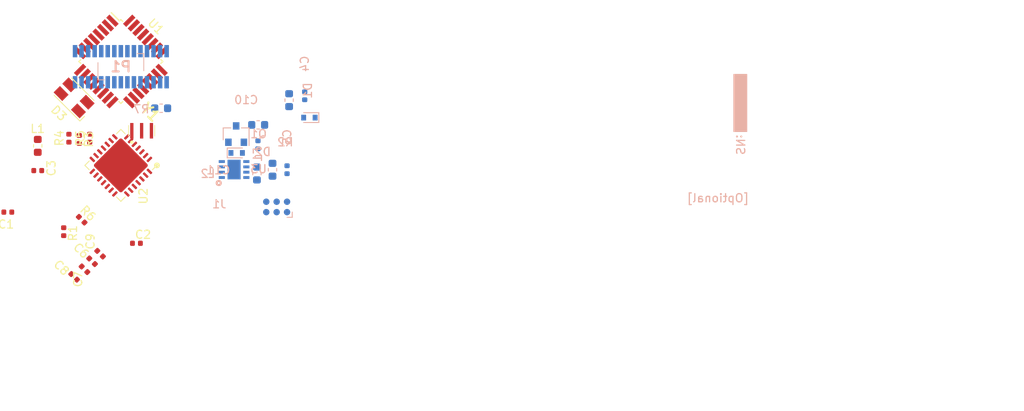
<source format=kicad_pcb>
(kicad_pcb (version 20171130) (host pcbnew "(5.1.5)-3")

  (general
    (thickness 1)
    (drawings 5)
    (tracks 0)
    (zones 0)
    (modules 32)
    (nets 66)
  )

  (page A4)
  (layers
    (0 F.Cu signal)
    (31 B.Cu signal)
    (32 B.Adhes user hide)
    (33 F.Adhes user hide)
    (34 B.Paste user hide)
    (35 F.Paste user)
    (36 B.SilkS user hide)
    (37 F.SilkS user hide)
    (38 B.Mask user hide)
    (39 F.Mask user)
    (40 Dwgs.User user hide)
    (41 Cmts.User user hide)
    (42 Eco1.User user hide)
    (43 Eco2.User user hide)
    (44 Edge.Cuts user)
    (45 Margin user hide)
    (46 B.CrtYd user hide)
    (47 F.CrtYd user)
    (48 B.Fab user hide)
    (49 F.Fab user hide)
  )

  (setup
    (last_trace_width 0.127)
    (user_trace_width 0.254)
    (user_trace_width 0.508)
    (trace_clearance 0.0889)
    (zone_clearance 0.127)
    (zone_45_only no)
    (trace_min 0.127)
    (via_size 0.6)
    (via_drill 0.3)
    (via_min_size 0.6)
    (via_min_drill 0.3)
    (uvia_size 0.2)
    (uvia_drill 0.1)
    (uvias_allowed no)
    (uvia_min_size 0.2)
    (uvia_min_drill 0.1)
    (edge_width 0.05)
    (segment_width 0.2)
    (pcb_text_width 0.3)
    (pcb_text_size 1.5 1.5)
    (mod_edge_width 0.12)
    (mod_text_size 1 1)
    (mod_text_width 0.15)
    (pad_size 2.2 2.2)
    (pad_drill 2.2)
    (pad_to_mask_clearance 0.051)
    (solder_mask_min_width 0.25)
    (aux_axis_origin 0 0)
    (grid_origin 150 75.5)
    (visible_elements 7FFFFFFF)
    (pcbplotparams
      (layerselection 0x010fc_ffffffff)
      (usegerberextensions false)
      (usegerberattributes false)
      (usegerberadvancedattributes false)
      (creategerberjobfile false)
      (excludeedgelayer true)
      (linewidth 0.100000)
      (plotframeref false)
      (viasonmask false)
      (mode 1)
      (useauxorigin false)
      (hpglpennumber 1)
      (hpglpenspeed 20)
      (hpglpendiameter 15.000000)
      (psnegative false)
      (psa4output false)
      (plotreference true)
      (plotvalue true)
      (plotinvisibletext false)
      (padsonsilk false)
      (subtractmaskfromsilk false)
      (outputformat 1)
      (mirror false)
      (drillshape 1)
      (scaleselection 1)
      (outputdirectory ""))
  )

  (net 0 "")
  (net 1 "Net-(U1-Pad7)")
  (net 2 "Net-(U1-Pad8)")
  (net 3 GND)
  (net 4 /Reset)
  (net 5 /MOSI)
  (net 6 /SCK)
  (net 7 +5V)
  (net 8 /MISO)
  (net 9 "Net-(U2-Pad2)")
  (net 10 "Net-(U2-Pad6)")
  (net 11 "Net-(U2-Pad7)")
  (net 12 "Net-(U2-Pad8)")
  (net 13 "Net-(U2-Pad11)")
  (net 14 "Net-(U2-Pad12)")
  (net 15 "Net-(U2-Pad20)")
  (net 16 "Net-(U2-Pad21)")
  (net 17 "Net-(U2-Pad22)")
  (net 18 "Net-(U2-Pad23)")
  (net 19 "Net-(U2-Pad25)")
  (net 20 /CAN_CS)
  (net 21 /CAN_INT)
  (net 22 +12V)
  (net 23 /CLK_MCP)
  (net 24 /GREEN_LED)
  (net 25 /RED_LED)
  (net 26 /BLUE_LED)
  (net 27 /U-Pin8)
  (net 28 /U-Pin12)
  (net 29 /U-Pin14)
  (net 30 /U-Pin20)
  (net 31 /U-Pin22)
  (net 32 "Net-(D1-Pad1)")
  (net 33 "Net-(D2-Pad2)")
  (net 34 /U-Pin2)
  (net 35 /U-Pin4)
  (net 36 /U-Pin6)
  (net 37 /U-Pin7)
  (net 38 /U-Pin23)
  (net 39 /U-Pin1)
  (net 40 /U-Pin3)
  (net 41 +12V_Safe)
  (net 42 "Net-(C3-Pad2)")
  (net 43 "Net-(C7-Pad1)")
  (net 44 "Net-(C9-Pad2)")
  (net 45 "Net-(L2-Pad1)")
  (net 46 "Net-(R6-Pad1)")
  (net 47 "Net-(U3-Pad2)")
  (net 48 "Net-(U3-Pad6)")
  (net 49 "Net-(U1-Pad19)")
  (net 50 "Net-(U1-Pad22)")
  (net 51 "Net-(U1-Pad24)")
  (net 52 "Net-(C2-Pad1)")
  (net 53 "Net-(D3-Pad2)")
  (net 54 "Net-(D3-Pad3)")
  (net 55 "Net-(D3-Pad4)")
  (net 56 "Net-(U1-Pad29)")
  (net 57 "Net-(P1-Pad10)")
  (net 58 "Net-(P1-Pad27)")
  (net 59 /U-Pin5)
  (net 60 /U-Pin9)
  (net 61 /U-Pin11)
  (net 62 /U-Pin24)
  (net 63 /U-Pin26)
  (net 64 /U-Pin28)
  (net 65 /U-Pin30)

  (net_class Default "This is the default net class."
    (clearance 0.0889)
    (trace_width 0.127)
    (via_dia 0.6)
    (via_drill 0.3)
    (uvia_dia 0.2)
    (uvia_drill 0.1)
    (diff_pair_width 0.127)
    (diff_pair_gap 0.0889)
    (add_net +12V)
    (add_net +12V_Safe)
    (add_net +5V)
    (add_net /BLUE_LED)
    (add_net /CAN_CS)
    (add_net /CAN_INT)
    (add_net /CLK_MCP)
    (add_net /GREEN_LED)
    (add_net /MISO)
    (add_net /MOSI)
    (add_net /RED_LED)
    (add_net /Reset)
    (add_net /SCK)
    (add_net /U-Pin1)
    (add_net /U-Pin11)
    (add_net /U-Pin12)
    (add_net /U-Pin14)
    (add_net /U-Pin2)
    (add_net /U-Pin20)
    (add_net /U-Pin22)
    (add_net /U-Pin23)
    (add_net /U-Pin24)
    (add_net /U-Pin26)
    (add_net /U-Pin28)
    (add_net /U-Pin3)
    (add_net /U-Pin30)
    (add_net /U-Pin4)
    (add_net /U-Pin5)
    (add_net /U-Pin6)
    (add_net /U-Pin7)
    (add_net /U-Pin8)
    (add_net /U-Pin9)
    (add_net GND)
    (add_net "Net-(C2-Pad1)")
    (add_net "Net-(C3-Pad2)")
    (add_net "Net-(C7-Pad1)")
    (add_net "Net-(C9-Pad2)")
    (add_net "Net-(D1-Pad1)")
    (add_net "Net-(D2-Pad2)")
    (add_net "Net-(D3-Pad2)")
    (add_net "Net-(D3-Pad3)")
    (add_net "Net-(D3-Pad4)")
    (add_net "Net-(L2-Pad1)")
    (add_net "Net-(P1-Pad10)")
    (add_net "Net-(P1-Pad27)")
    (add_net "Net-(R6-Pad1)")
    (add_net "Net-(U1-Pad19)")
    (add_net "Net-(U1-Pad22)")
    (add_net "Net-(U1-Pad24)")
    (add_net "Net-(U1-Pad29)")
    (add_net "Net-(U1-Pad7)")
    (add_net "Net-(U1-Pad8)")
    (add_net "Net-(U2-Pad11)")
    (add_net "Net-(U2-Pad12)")
    (add_net "Net-(U2-Pad2)")
    (add_net "Net-(U2-Pad20)")
    (add_net "Net-(U2-Pad21)")
    (add_net "Net-(U2-Pad22)")
    (add_net "Net-(U2-Pad23)")
    (add_net "Net-(U2-Pad25)")
    (add_net "Net-(U2-Pad6)")
    (add_net "Net-(U2-Pad7)")
    (add_net "Net-(U2-Pad8)")
    (add_net "Net-(U3-Pad2)")
    (add_net "Net-(U3-Pad6)")
  )

  (module Package_DFN_QFN:QFN-28-1EP_6x6mm_P0.65mm_EP4.8x4.8mm (layer F.Cu) (tedit 5D462002) (tstamp 5DD5CD10)
    (at 73.165 86.93 225)
    (descr "QFN, 28 Pin (https://www.semtech.com/uploads/documents/sx1272.pdf#page=125), generated with kicad-footprint-generator ipc_dfn_qfn_generator.py")
    (tags "QFN DFN_QFN")
    (path /5D3DCB03)
    (attr smd)
    (fp_text reference U2 (at 0.707107 -4.596194 270) (layer F.SilkS)
      (effects (font (size 1 1) (thickness 0.15)))
    )
    (fp_text value MCP25625-x-SS (at -20.456599 3.302189 45) (layer F.Fab)
      (effects (font (size 1 1) (thickness 0.15)))
    )
    (fp_line (start 2.36 -3.11) (end 3.11 -3.11) (layer F.SilkS) (width 0.12))
    (fp_line (start 3.11 -3.11) (end 3.11 -2.36) (layer F.SilkS) (width 0.12))
    (fp_line (start -2.36 3.11) (end -3.11 3.11) (layer F.SilkS) (width 0.12))
    (fp_line (start -3.11 3.11) (end -3.11 2.36) (layer F.SilkS) (width 0.12))
    (fp_line (start 2.36 3.11) (end 3.11 3.11) (layer F.SilkS) (width 0.12))
    (fp_line (start 3.11 3.11) (end 3.11 2.36) (layer F.SilkS) (width 0.12))
    (fp_line (start -2.36 -3.11) (end -3.11 -3.11) (layer F.SilkS) (width 0.12))
    (fp_line (start -2 -3) (end 3 -3) (layer F.Fab) (width 0.1))
    (fp_line (start 3 -3) (end 3 3) (layer F.Fab) (width 0.1))
    (fp_line (start 3 3) (end -3 3) (layer F.Fab) (width 0.1))
    (fp_line (start -3 3) (end -3 -2) (layer F.Fab) (width 0.1))
    (fp_line (start -3 -2) (end -2 -3) (layer F.Fab) (width 0.1))
    (fp_line (start -3.62 -3.62) (end -3.62 3.62) (layer F.CrtYd) (width 0.05))
    (fp_line (start -3.62 3.62) (end 3.62 3.62) (layer F.CrtYd) (width 0.05))
    (fp_line (start 3.62 3.62) (end 3.62 -3.62) (layer F.CrtYd) (width 0.05))
    (fp_line (start 3.62 -3.62) (end -3.62 -3.62) (layer F.CrtYd) (width 0.05))
    (fp_text user %R (at 0 0 45) (layer F.Fab)
      (effects (font (size 1 1) (thickness 0.15)))
    )
    (fp_circle (center -3.12 -3.12) (end -3.02 -3.12) (layer F.SilkS) (width 0.25))
    (pad 29 smd roundrect (at 0 0 225) (size 4.8 4.8) (layers F.Cu F.Mask) (roundrect_rratio 0.052083))
    (pad "" smd roundrect (at -1.6 -1.6 225) (size 1.29 1.29) (layers F.Paste) (roundrect_rratio 0.193798))
    (pad "" smd roundrect (at -1.6 0 225) (size 1.29 1.29) (layers F.Paste) (roundrect_rratio 0.193798))
    (pad "" smd roundrect (at -1.6 1.6 225) (size 1.29 1.29) (layers F.Paste) (roundrect_rratio 0.193798))
    (pad "" smd roundrect (at 0 -1.6 225) (size 1.29 1.29) (layers F.Paste) (roundrect_rratio 0.193798))
    (pad "" smd roundrect (at 0 0 225) (size 1.29 1.29) (layers F.Paste) (roundrect_rratio 0.193798))
    (pad "" smd roundrect (at 0 1.6 225) (size 1.29 1.29) (layers F.Paste) (roundrect_rratio 0.193798))
    (pad "" smd roundrect (at 1.6 -1.6 225) (size 1.29 1.29) (layers F.Paste) (roundrect_rratio 0.193798))
    (pad "" smd roundrect (at 1.6 0 225) (size 1.29 1.29) (layers F.Paste) (roundrect_rratio 0.193798))
    (pad "" smd roundrect (at 1.6 1.6 225) (size 1.29 1.29) (layers F.Paste) (roundrect_rratio 0.193798))
    (pad 1 smd roundrect (at -2.9875 -1.95 225) (size 0.775 0.3) (layers F.Cu F.Paste F.Mask) (roundrect_rratio 0.25)
      (net 43 "Net-(C7-Pad1)"))
    (pad 2 smd roundrect (at -2.9875 -1.3 225) (size 0.775 0.3) (layers F.Cu F.Paste F.Mask) (roundrect_rratio 0.25)
      (net 9 "Net-(U2-Pad2)"))
    (pad 3 smd roundrect (at -2.9875 -0.65 225) (size 0.775 0.3) (layers F.Cu F.Paste F.Mask) (roundrect_rratio 0.25)
      (net 39 /U-Pin1))
    (pad 4 smd roundrect (at -2.9875 0 225) (size 0.775 0.3) (layers F.Cu F.Paste F.Mask) (roundrect_rratio 0.25)
      (net 40 /U-Pin3))
    (pad 5 smd roundrect (at -2.9875 0.65 225) (size 0.775 0.3) (layers F.Cu F.Paste F.Mask) (roundrect_rratio 0.25)
      (net 3 GND))
    (pad 6 smd roundrect (at -2.9875 1.3 225) (size 0.775 0.3) (layers F.Cu F.Paste F.Mask) (roundrect_rratio 0.25)
      (net 10 "Net-(U2-Pad6)"))
    (pad 7 smd roundrect (at -2.9875 1.95 225) (size 0.775 0.3) (layers F.Cu F.Paste F.Mask) (roundrect_rratio 0.25)
      (net 11 "Net-(U2-Pad7)"))
    (pad 8 smd roundrect (at -1.95 2.9875 225) (size 0.3 0.775) (layers F.Cu F.Paste F.Mask) (roundrect_rratio 0.25)
      (net 12 "Net-(U2-Pad8)"))
    (pad 9 smd roundrect (at -1.3 2.9875 225) (size 0.3 0.775) (layers F.Cu F.Paste F.Mask) (roundrect_rratio 0.25)
      (net 23 /CLK_MCP))
    (pad 10 smd roundrect (at -0.65 2.9875 225) (size 0.3 0.775) (layers F.Cu F.Paste F.Mask) (roundrect_rratio 0.25)
      (net 3 GND))
    (pad 11 smd roundrect (at 0 2.9875 225) (size 0.3 0.775) (layers F.Cu F.Paste F.Mask) (roundrect_rratio 0.25)
      (net 13 "Net-(U2-Pad11)"))
    (pad 12 smd roundrect (at 0.65 2.9875 225) (size 0.3 0.775) (layers F.Cu F.Paste F.Mask) (roundrect_rratio 0.25)
      (net 14 "Net-(U2-Pad12)"))
    (pad 13 smd roundrect (at 1.3 2.9875 225) (size 0.3 0.775) (layers F.Cu F.Paste F.Mask) (roundrect_rratio 0.25)
      (net 21 /CAN_INT))
    (pad 14 smd roundrect (at 1.95 2.9875 225) (size 0.3 0.775) (layers F.Cu F.Paste F.Mask) (roundrect_rratio 0.25)
      (net 6 /SCK))
    (pad 15 smd roundrect (at 2.9875 1.95 225) (size 0.775 0.3) (layers F.Cu F.Paste F.Mask) (roundrect_rratio 0.25)
      (net 5 /MOSI))
    (pad 16 smd roundrect (at 2.9875 1.3 225) (size 0.775 0.3) (layers F.Cu F.Paste F.Mask) (roundrect_rratio 0.25)
      (net 8 /MISO))
    (pad 17 smd roundrect (at 2.9875 0.65 225) (size 0.775 0.3) (layers F.Cu F.Paste F.Mask) (roundrect_rratio 0.25)
      (net 20 /CAN_CS))
    (pad 18 smd roundrect (at 2.9875 0 225) (size 0.775 0.3) (layers F.Cu F.Paste F.Mask) (roundrect_rratio 0.25)
      (net 46 "Net-(R6-Pad1)"))
    (pad 19 smd roundrect (at 2.9875 -0.65 225) (size 0.775 0.3) (layers F.Cu F.Paste F.Mask) (roundrect_rratio 0.25)
      (net 43 "Net-(C7-Pad1)"))
    (pad 20 smd roundrect (at 2.9875 -1.3 225) (size 0.775 0.3) (layers F.Cu F.Paste F.Mask) (roundrect_rratio 0.25)
      (net 15 "Net-(U2-Pad20)"))
    (pad 21 smd roundrect (at 2.9875 -1.95 225) (size 0.775 0.3) (layers F.Cu F.Paste F.Mask) (roundrect_rratio 0.25)
      (net 16 "Net-(U2-Pad21)"))
    (pad 22 smd roundrect (at 1.95 -2.9875 225) (size 0.3 0.775) (layers F.Cu F.Paste F.Mask) (roundrect_rratio 0.25)
      (net 17 "Net-(U2-Pad22)"))
    (pad 23 smd roundrect (at 1.3 -2.9875 225) (size 0.3 0.775) (layers F.Cu F.Paste F.Mask) (roundrect_rratio 0.25)
      (net 18 "Net-(U2-Pad23)"))
    (pad 24 smd roundrect (at 0.65 -2.9875 225) (size 0.3 0.775) (layers F.Cu F.Paste F.Mask) (roundrect_rratio 0.25)
      (net 15 "Net-(U2-Pad20)"))
    (pad 25 smd roundrect (at 0 -2.9875 225) (size 0.3 0.775) (layers F.Cu F.Paste F.Mask) (roundrect_rratio 0.25)
      (net 19 "Net-(U2-Pad25)"))
    (pad 26 smd roundrect (at -0.65 -2.9875 225) (size 0.3 0.775) (layers F.Cu F.Paste F.Mask) (roundrect_rratio 0.25)
      (net 3 GND))
    (pad 27 smd roundrect (at -1.3 -2.9875 225) (size 0.3 0.775) (layers F.Cu F.Paste F.Mask) (roundrect_rratio 0.25)
      (net 44 "Net-(C9-Pad2)"))
    (pad 28 smd roundrect (at -1.95 -2.9875 225) (size 0.3 0.775) (layers F.Cu F.Paste F.Mask) (roundrect_rratio 0.25)
      (net 16 "Net-(U2-Pad21)"))
    (model ${KISYS3DMOD}/Package_DFN_QFN.3dshapes/QFN-28-1EP_6x6mm_P0.65mm_EP4.8x4.8mm.wrl
      (at (xyz 0 0 0))
      (scale (xyz 1 1 1))
      (rotate (xyz 0 0 0))
    )
    (model ${KIPRJMOD}/3D-Components/MCP25625T-E_ML.stp
      (at (xyz 0 0 0))
      (scale (xyz 1 1 1))
      (rotate (xyz 0 0 0))
    )
  )

  (module SMLP36RGB2W3R:ILWX10SBVFBE (layer B.Cu) (tedit 5D461030) (tstamp 5DD5B71A)
    (at 73.165 74.865 180)
    (descr IL-WX-10SB-VF-BE)
    (tags Connector)
    (path /5D40B272)
    (fp_text reference P1 (at 0 0) (layer B.SilkS)
      (effects (font (size 1.27 1.27) (thickness 0.254)) (justify mirror))
    )
    (fp_text value Conn_02x15_Odd_Even (at 0 4.85648) (layer B.SilkS) hide
      (effects (font (size 1.27 1.27) (thickness 0.254)) (justify mirror))
    )
    (fp_line (start 2.8 -1.6) (end 2 -1.6) (layer B.SilkS) (width 0.1))
    (fp_line (start 2.8 0.5) (end 2.8 -1.6) (layer B.SilkS) (width 0.1))
    (fp_line (start -2.8 1.6) (end -2.8 -0.5) (layer B.SilkS) (width 0.1))
    (fp_line (start -2 1.6) (end -2.8 1.6) (layer B.SilkS) (width 0.1))
    (fp_line (start -6.9 -3.65) (end -6.9 3.65) (layer B.CrtYd) (width 0.1))
    (fp_line (start 6.9 -3.65) (end -6.9 -3.65) (layer B.CrtYd) (width 0.1))
    (fp_line (start 6.9 3.65) (end 6.9 -3.65) (layer B.CrtYd) (width 0.1))
    (fp_line (start -6.9 3.65) (end 6.9 3.65) (layer B.CrtYd) (width 0.1))
    (fp_line (start -6 -1.6) (end -6 1.6) (layer B.Fab) (width 0.2))
    (fp_line (start 6 -1.6) (end -6 -1.6) (layer B.Fab) (width 0.2))
    (fp_line (start 6 1.6) (end 6 -1.6) (layer B.Fab) (width 0.2))
    (fp_line (start -6 1.6) (end 6 1.6) (layer B.Fab) (width 0.2))
    (fp_text user %R (at 0 0) (layer B.Fab)
      (effects (font (size 1.27 1.27) (thickness 0.254)) (justify mirror))
    )
    (pad "" np_thru_hole circle (at 6.5 1.3 180) (size 0.7 0.7) (drill 0.7) (layers *.Cu *.Mask))
    (pad "" np_thru_hole circle (at -6.5 -1.3 180) (size 0.7 0.7) (drill 0.7) (layers *.Cu *.Mask))
    (pad 1 smd rect (at -5.6 -1.9 180) (size 0.55 1.5) (layers B.Cu B.Paste B.Mask)
      (net 39 /U-Pin1))
    (pad 2 smd rect (at -5.6 1.9 180) (size 0.55 1.5) (layers B.Cu B.Paste B.Mask)
      (net 34 /U-Pin2))
    (pad 3 smd rect (at -4.8 -1.9 180) (size 0.55 1.5) (layers B.Cu B.Paste B.Mask)
      (net 40 /U-Pin3))
    (pad 4 smd rect (at -4.8 1.9 180) (size 0.55 1.5) (layers B.Cu B.Paste B.Mask)
      (net 35 /U-Pin4))
    (pad 5 smd rect (at -4 -1.9 180) (size 0.55 1.5) (layers B.Cu B.Paste B.Mask)
      (net 59 /U-Pin5))
    (pad 6 smd rect (at -4 1.9 180) (size 0.55 1.5) (layers B.Cu B.Paste B.Mask)
      (net 36 /U-Pin6))
    (pad 7 smd rect (at -3.2 -1.9 180) (size 0.55 1.5) (layers B.Cu B.Paste B.Mask)
      (net 37 /U-Pin7))
    (pad 8 smd rect (at -3.2 1.9 180) (size 0.55 1.5) (layers B.Cu B.Paste B.Mask)
      (net 27 /U-Pin8))
    (pad 9 smd rect (at -2.4 -1.9 180) (size 0.55 1.5) (layers B.Cu B.Paste B.Mask)
      (net 60 /U-Pin9))
    (pad 10 smd rect (at -2.4 1.9 180) (size 0.55 1.5) (layers B.Cu B.Paste B.Mask)
      (net 57 "Net-(P1-Pad10)"))
    (pad 11 smd rect (at -1.6 -1.9 180) (size 0.55 1.5) (layers B.Cu B.Paste B.Mask)
      (net 61 /U-Pin11))
    (pad 12 smd rect (at -1.6 1.9 180) (size 0.55 1.5) (layers B.Cu B.Paste B.Mask)
      (net 28 /U-Pin12))
    (pad 13 smd rect (at -0.8 -1.9 180) (size 0.55 1.5) (layers B.Cu B.Paste B.Mask)
      (net 6 /SCK))
    (pad 14 smd rect (at -0.8 1.9 180) (size 0.55 1.5) (layers B.Cu B.Paste B.Mask)
      (net 29 /U-Pin14))
    (pad 15 smd rect (at 0 -1.9 180) (size 0.55 1.5) (layers B.Cu B.Paste B.Mask)
      (net 8 /MISO))
    (pad 16 smd rect (at 0 1.9 180) (size 0.55 1.5) (layers B.Cu B.Paste B.Mask)
      (net 3 GND))
    (pad 17 smd rect (at 0.8 -1.9 180) (size 0.55 1.5) (layers B.Cu B.Paste B.Mask)
      (net 5 /MOSI))
    (pad 18 smd rect (at 0.8 1.9 180) (size 0.55 1.5) (layers B.Cu B.Paste B.Mask)
      (net 3 GND))
    (pad 19 smd rect (at 1.6 -1.9 180) (size 0.55 1.5) (layers B.Cu B.Paste B.Mask)
      (net 26 /BLUE_LED))
    (pad 20 smd rect (at 1.6 1.9 180) (size 0.55 1.5) (layers B.Cu B.Paste B.Mask)
      (net 30 /U-Pin20))
    (pad 21 smd rect (at 2.4 -1.9 180) (size 0.55 1.5) (layers B.Cu B.Paste B.Mask)
      (net 25 /RED_LED))
    (pad 22 smd rect (at 2.4 1.9 180) (size 0.55 1.5) (layers B.Cu B.Paste B.Mask)
      (net 31 /U-Pin22))
    (pad 23 smd rect (at 3.2 -1.9 180) (size 0.55 1.5) (layers B.Cu B.Paste B.Mask)
      (net 38 /U-Pin23))
    (pad 24 smd rect (at 3.2 1.9 180) (size 0.55 1.5) (layers B.Cu B.Paste B.Mask)
      (net 62 /U-Pin24))
    (pad 25 smd rect (at 4 -1.9 180) (size 0.55 1.5) (layers B.Cu B.Paste B.Mask)
      (net 24 /GREEN_LED))
    (pad 26 smd rect (at 4 1.9 180) (size 0.55 1.5) (layers B.Cu B.Paste B.Mask)
      (net 63 /U-Pin26))
    (pad 27 smd rect (at 4.8 -1.9 180) (size 0.55 1.5) (layers B.Cu B.Paste B.Mask)
      (net 58 "Net-(P1-Pad27)"))
    (pad 28 smd rect (at 4.8 1.9 180) (size 0.55 1.5) (layers B.Cu B.Paste B.Mask)
      (net 64 /U-Pin28))
    (pad 29 smd rect (at 5.6 -1.9 180) (size 0.55 1.5) (layers B.Cu B.Paste B.Mask)
      (net 58 "Net-(P1-Pad27)"))
    (pad 30 smd rect (at 5.6 1.9 180) (size 0.55 1.5) (layers B.Cu B.Paste B.Mask)
      (net 65 /U-Pin30))
    (model "${KIPRJMOD}/3D-Components/JAE IL-WX Series 30-pin.STEP"
      (offset (xyz -0.17 0 0))
      (scale (xyz 1 1 1))
      (rotate (xyz -90 0 0))
    )
  )

  (module Inductor_SMD:L_0603_1608Metric (layer F.Cu) (tedit 5B301BBE) (tstamp 5DD5CBB0)
    (at 63.005 84.5425 270)
    (descr "Inductor SMD 0603 (1608 Metric), square (rectangular) end terminal, IPC_7351 nominal, (Body size source: http://www.tortai-tech.com/upload/download/2011102023233369053.pdf), generated with kicad-footprint-generator")
    (tags inductor)
    (path /5D438986)
    (attr smd)
    (fp_text reference L1 (at -2.09 0.01 180) (layer F.SilkS)
      (effects (font (size 1 1) (thickness 0.15)))
    )
    (fp_text value 10uH (at 5.55 -1.85 90) (layer F.Fab)
      (effects (font (size 1 1) (thickness 0.15)))
    )
    (fp_text user %R (at 0 0 90) (layer F.Fab)
      (effects (font (size 0.4 0.4) (thickness 0.06)))
    )
    (fp_line (start 1.48 0.73) (end -1.48 0.73) (layer F.CrtYd) (width 0.05))
    (fp_line (start 1.48 -0.73) (end 1.48 0.73) (layer F.CrtYd) (width 0.05))
    (fp_line (start -1.48 -0.73) (end 1.48 -0.73) (layer F.CrtYd) (width 0.05))
    (fp_line (start -1.48 0.73) (end -1.48 -0.73) (layer F.CrtYd) (width 0.05))
    (fp_line (start -0.162779 0.51) (end 0.162779 0.51) (layer F.SilkS) (width 0.12))
    (fp_line (start -0.162779 -0.51) (end 0.162779 -0.51) (layer F.SilkS) (width 0.12))
    (fp_line (start 0.8 0.4) (end -0.8 0.4) (layer F.Fab) (width 0.1))
    (fp_line (start 0.8 -0.4) (end 0.8 0.4) (layer F.Fab) (width 0.1))
    (fp_line (start -0.8 -0.4) (end 0.8 -0.4) (layer F.Fab) (width 0.1))
    (fp_line (start -0.8 0.4) (end -0.8 -0.4) (layer F.Fab) (width 0.1))
    (pad 2 smd roundrect (at 0.7875 0 270) (size 0.875 0.95) (layers F.Cu F.Paste F.Mask) (roundrect_rratio 0.25)
      (net 42 "Net-(C3-Pad2)"))
    (pad 1 smd roundrect (at -0.7875 0 270) (size 0.875 0.95) (layers F.Cu F.Paste F.Mask) (roundrect_rratio 0.25)
      (net 7 +5V))
    (model ${KISYS3DMOD}/Inductor_SMD.3dshapes/L_0603_1608Metric.wrl
      (at (xyz 0 0 0))
      (scale (xyz 1 1 1))
      (rotate (xyz 0 0 0))
    )
  )

  (module Capacitor_SMD:C_0402_1005Metric (layer F.Cu) (tedit 5B301BBE) (tstamp 5DD5CCB9)
    (at 63.005 87.565 180)
    (descr "Capacitor SMD 0402 (1005 Metric), square (rectangular) end terminal, IPC_7351 nominal, (Body size source: http://www.tortai-tech.com/upload/download/2011102023233369053.pdf), generated with kicad-footprint-generator")
    (tags capacitor)
    (path /5D42F0C6)
    (attr smd)
    (fp_text reference C3 (at -1.66 0.29 270) (layer F.SilkS)
      (effects (font (size 1 1) (thickness 0.15)))
    )
    (fp_text value 0.1uF (at -5.12 1.65) (layer F.Fab)
      (effects (font (size 1 1) (thickness 0.15)))
    )
    (fp_text user %R (at -0.1 -0.05) (layer F.Fab)
      (effects (font (size 0.25 0.25) (thickness 0.04)))
    )
    (fp_line (start 0.93 0.47) (end -0.93 0.47) (layer F.CrtYd) (width 0.05))
    (fp_line (start 0.93 -0.47) (end 0.93 0.47) (layer F.CrtYd) (width 0.05))
    (fp_line (start -0.93 -0.47) (end 0.93 -0.47) (layer F.CrtYd) (width 0.05))
    (fp_line (start -0.93 0.47) (end -0.93 -0.47) (layer F.CrtYd) (width 0.05))
    (fp_line (start 0.5 0.25) (end -0.5 0.25) (layer F.Fab) (width 0.1))
    (fp_line (start 0.5 -0.25) (end 0.5 0.25) (layer F.Fab) (width 0.1))
    (fp_line (start -0.5 -0.25) (end 0.5 -0.25) (layer F.Fab) (width 0.1))
    (fp_line (start -0.5 0.25) (end -0.5 -0.25) (layer F.Fab) (width 0.1))
    (pad 2 smd roundrect (at 0.485 0 180) (size 0.59 0.64) (layers F.Cu F.Paste F.Mask) (roundrect_rratio 0.25)
      (net 42 "Net-(C3-Pad2)"))
    (pad 1 smd roundrect (at -0.485 0 180) (size 0.59 0.64) (layers F.Cu F.Paste F.Mask) (roundrect_rratio 0.25)
      (net 3 GND))
    (model ${KISYS3DMOD}/Capacitor_SMD.3dshapes/C_0402_1005Metric.wrl
      (at (xyz 0 0 0))
      (scale (xyz 1 1 1))
      (rotate (xyz 0 0 0))
    )
  )

  (module Diode_SMD:D_SOD-523 (layer B.Cu) (tedit 586419F0) (tstamp 5D3E4DE3)
    (at 96.217 81.088 180)
    (descr "http://www.diodes.com/datasheets/ap02001.pdf p.144")
    (tags "Diode SOD523")
    (path /5D452681)
    (attr smd)
    (fp_text reference D1 (at 0.2032 3.302 90) (layer B.SilkS)
      (effects (font (size 1 1) (thickness 0.15)) (justify mirror))
    )
    (fp_text value 15V (at 0 -1.4) (layer B.Fab)
      (effects (font (size 1 1) (thickness 0.15)) (justify mirror))
    )
    (fp_line (start 0.7 -0.6) (end -1.15 -0.6) (layer B.SilkS) (width 0.12))
    (fp_line (start 0.7 0.6) (end -1.15 0.6) (layer B.SilkS) (width 0.12))
    (fp_line (start 0.65 -0.45) (end -0.65 -0.45) (layer B.Fab) (width 0.1))
    (fp_line (start -0.65 -0.45) (end -0.65 0.45) (layer B.Fab) (width 0.1))
    (fp_line (start -0.65 0.45) (end 0.65 0.45) (layer B.Fab) (width 0.1))
    (fp_line (start 0.65 0.45) (end 0.65 -0.45) (layer B.Fab) (width 0.1))
    (fp_line (start -0.2 -0.2) (end -0.2 0.2) (layer B.Fab) (width 0.1))
    (fp_line (start -0.2 0) (end -0.35 0) (layer B.Fab) (width 0.1))
    (fp_line (start -0.2 0) (end 0.1 -0.2) (layer B.Fab) (width 0.1))
    (fp_line (start 0.1 -0.2) (end 0.1 0.2) (layer B.Fab) (width 0.1))
    (fp_line (start 0.1 0.2) (end -0.2 0) (layer B.Fab) (width 0.1))
    (fp_line (start 0.1 0) (end 0.25 0) (layer B.Fab) (width 0.1))
    (fp_line (start 1.25 -0.7) (end -1.25 -0.7) (layer B.CrtYd) (width 0.05))
    (fp_line (start -1.25 -0.7) (end -1.25 0.7) (layer B.CrtYd) (width 0.05))
    (fp_line (start -1.25 0.7) (end 1.25 0.7) (layer B.CrtYd) (width 0.05))
    (fp_line (start 1.25 0.7) (end 1.25 -0.7) (layer B.CrtYd) (width 0.05))
    (fp_line (start -1.15 0.6) (end -1.15 -0.6) (layer B.SilkS) (width 0.12))
    (fp_text user %R (at 0 1.3) (layer B.Fab)
      (effects (font (size 1 1) (thickness 0.15)) (justify mirror))
    )
    (pad 1 smd rect (at -0.7 0) (size 0.6 0.7) (layers B.Cu B.Paste B.Mask)
      (net 32 "Net-(D1-Pad1)"))
    (pad 2 smd rect (at 0.7 0) (size 0.6 0.7) (layers B.Cu B.Paste B.Mask)
      (net 3 GND))
    (model ${KISYS3DMOD}/Diode_SMD.3dshapes/D_SOD-523.wrl
      (at (xyz 0 0 0))
      (scale (xyz 1 1 1))
      (rotate (xyz 0 0 0))
    )
  )

  (module Resistor_SMD:R_0402_1005Metric (layer B.Cu) (tedit 5B301BBD) (tstamp 5DD5CBDE)
    (at 89.929 84.413 270)
    (descr "Resistor SMD 0402 (1005 Metric), square (rectangular) end terminal, IPC_7351 nominal, (Body size source: http://www.tortai-tech.com/upload/download/2011102023233369053.pdf), generated with kicad-footprint-generator")
    (tags resistor)
    (path /5D4B82FB)
    (attr smd)
    (fp_text reference R2 (at -0.3232 -3.3434 180) (layer B.SilkS)
      (effects (font (size 1 1) (thickness 0.15)) (justify mirror))
    )
    (fp_text value "100K Ohm" (at 0 -1.17 90) (layer B.Fab)
      (effects (font (size 1 1) (thickness 0.15)) (justify mirror))
    )
    (fp_text user %R (at 0 0 90) (layer B.Fab)
      (effects (font (size 0.25 0.25) (thickness 0.04)) (justify mirror))
    )
    (fp_line (start 0.93 -0.47) (end -0.93 -0.47) (layer B.CrtYd) (width 0.05))
    (fp_line (start 0.93 0.47) (end 0.93 -0.47) (layer B.CrtYd) (width 0.05))
    (fp_line (start -0.93 0.47) (end 0.93 0.47) (layer B.CrtYd) (width 0.05))
    (fp_line (start -0.93 -0.47) (end -0.93 0.47) (layer B.CrtYd) (width 0.05))
    (fp_line (start 0.5 -0.25) (end -0.5 -0.25) (layer B.Fab) (width 0.1))
    (fp_line (start 0.5 0.25) (end 0.5 -0.25) (layer B.Fab) (width 0.1))
    (fp_line (start -0.5 0.25) (end 0.5 0.25) (layer B.Fab) (width 0.1))
    (fp_line (start -0.5 -0.25) (end -0.5 0.25) (layer B.Fab) (width 0.1))
    (pad 2 smd roundrect (at 0.485 0 270) (size 0.59 0.64) (layers B.Cu B.Paste B.Mask) (roundrect_rratio 0.25)
      (net 3 GND))
    (pad 1 smd roundrect (at -0.485 0 270) (size 0.59 0.64) (layers B.Cu B.Paste B.Mask) (roundrect_rratio 0.25)
      (net 33 "Net-(D2-Pad2)"))
    (model ${KISYS3DMOD}/Resistor_SMD.3dshapes/R_0402_1005Metric.wrl
      (at (xyz 0 0 0))
      (scale (xyz 1 1 1))
      (rotate (xyz 0 0 0))
    )
  )

  (module Package_TO_SOT_SMD:SOT-23 (layer B.Cu) (tedit 5A02FF57) (tstamp 5DD5CC83)
    (at 87.262 83.104 90)
    (descr "SOT-23, Standard")
    (tags SOT-23)
    (path /5D49C78B)
    (attr smd)
    (fp_text reference Q1 (at 0.0108 2.7396 180) (layer B.SilkS)
      (effects (font (size 1 1) (thickness 0.15)) (justify mirror))
    )
    (fp_text value Q_PMOS_DGS (at 0 -2.5 90) (layer B.Fab)
      (effects (font (size 1 1) (thickness 0.15)) (justify mirror))
    )
    (fp_line (start 0.76 -1.58) (end -0.7 -1.58) (layer B.SilkS) (width 0.12))
    (fp_line (start 0.76 1.58) (end -1.4 1.58) (layer B.SilkS) (width 0.12))
    (fp_line (start -1.7 -1.75) (end -1.7 1.75) (layer B.CrtYd) (width 0.05))
    (fp_line (start 1.7 -1.75) (end -1.7 -1.75) (layer B.CrtYd) (width 0.05))
    (fp_line (start 1.7 1.75) (end 1.7 -1.75) (layer B.CrtYd) (width 0.05))
    (fp_line (start -1.7 1.75) (end 1.7 1.75) (layer B.CrtYd) (width 0.05))
    (fp_line (start 0.76 1.58) (end 0.76 0.65) (layer B.SilkS) (width 0.12))
    (fp_line (start 0.76 -1.58) (end 0.76 -0.65) (layer B.SilkS) (width 0.12))
    (fp_line (start -0.7 -1.52) (end 0.7 -1.52) (layer B.Fab) (width 0.1))
    (fp_line (start 0.7 1.52) (end 0.7 -1.52) (layer B.Fab) (width 0.1))
    (fp_line (start -0.7 0.95) (end -0.15 1.52) (layer B.Fab) (width 0.1))
    (fp_line (start -0.15 1.52) (end 0.7 1.52) (layer B.Fab) (width 0.1))
    (fp_line (start -0.7 0.95) (end -0.7 -1.5) (layer B.Fab) (width 0.1))
    (fp_text user %R (at 0 0 180) (layer B.Fab)
      (effects (font (size 0.5 0.5) (thickness 0.075)) (justify mirror))
    )
    (pad 3 smd rect (at 1 0 90) (size 0.9 0.8) (layers B.Cu B.Paste B.Mask)
      (net 32 "Net-(D1-Pad1)"))
    (pad 2 smd rect (at -1 -0.95 90) (size 0.9 0.8) (layers B.Cu B.Paste B.Mask)
      (net 41 +12V_Safe))
    (pad 1 smd rect (at -1 0.95 90) (size 0.9 0.8) (layers B.Cu B.Paste B.Mask)
      (net 33 "Net-(D2-Pad2)"))
    (model ${KISYS3DMOD}/Package_TO_SOT_SMD.3dshapes/SOT-23.wrl
      (at (xyz 0 0 0))
      (scale (xyz 1 1 1))
      (rotate (xyz 0 0 0))
    )
  )

  (module Fuse:Fuse_0603_1608Metric (layer B.Cu) (tedit 5B301BBE) (tstamp 5DD5CC4F)
    (at 89.9545 81.977)
    (descr "Fuse SMD 0603 (1608 Metric), square (rectangular) end terminal, IPC_7351 nominal, (Body size source: http://www.tortai-tech.com/upload/download/2011102023233369053.pdf), generated with kicad-footprint-generator")
    (tags resistor)
    (path /5D45109C)
    (attr smd)
    (fp_text reference F1 (at -0.0508 3.6322 270) (layer B.SilkS)
      (effects (font (size 1 1) (thickness 0.15)) (justify mirror))
    )
    (fp_text value 250mA (at -2.921 1.3462) (layer B.Fab)
      (effects (font (size 1 1) (thickness 0.15)) (justify mirror))
    )
    (fp_text user %R (at 0 0) (layer B.Fab)
      (effects (font (size 0.4 0.4) (thickness 0.06)) (justify mirror))
    )
    (fp_line (start 1.48 -0.73) (end -1.48 -0.73) (layer B.CrtYd) (width 0.05))
    (fp_line (start 1.48 0.73) (end 1.48 -0.73) (layer B.CrtYd) (width 0.05))
    (fp_line (start -1.48 0.73) (end 1.48 0.73) (layer B.CrtYd) (width 0.05))
    (fp_line (start -1.48 -0.73) (end -1.48 0.73) (layer B.CrtYd) (width 0.05))
    (fp_line (start -0.162779 -0.51) (end 0.162779 -0.51) (layer B.SilkS) (width 0.12))
    (fp_line (start -0.162779 0.51) (end 0.162779 0.51) (layer B.SilkS) (width 0.12))
    (fp_line (start 0.8 -0.4) (end -0.8 -0.4) (layer B.Fab) (width 0.1))
    (fp_line (start 0.8 0.4) (end 0.8 -0.4) (layer B.Fab) (width 0.1))
    (fp_line (start -0.8 0.4) (end 0.8 0.4) (layer B.Fab) (width 0.1))
    (fp_line (start -0.8 -0.4) (end -0.8 0.4) (layer B.Fab) (width 0.1))
    (pad 2 smd roundrect (at 0.7875 0) (size 0.875 0.95) (layers B.Cu B.Paste B.Mask) (roundrect_rratio 0.25)
      (net 22 +12V))
    (pad 1 smd roundrect (at -0.7875 0) (size 0.875 0.95) (layers B.Cu B.Paste B.Mask) (roundrect_rratio 0.25)
      (net 32 "Net-(D1-Pad1)"))
    (model ${KISYS3DMOD}/Fuse.3dshapes/Fuse_0603_1608Metric.wrl
      (at (xyz 0 0 0))
      (scale (xyz 1 1 1))
      (rotate (xyz 0 0 0))
    )
    (model ${KIPRJMOD}/3D-Components/0ZCM0010FF2G.stp
      (at (xyz 0 0 0))
      (scale (xyz 1 1 1))
      (rotate (xyz 0 0 0))
    )
  )

  (module Diode_SMD:D_SOD-523 (layer B.Cu) (tedit 586419F0) (tstamp 5DD5CC11)
    (at 87.327 85.406)
    (descr "http://www.diodes.com/datasheets/ap02001.pdf p.144")
    (tags "Diode SOD523")
    (path /5D4B9259)
    (attr smd)
    (fp_text reference D2 (at 3.2014 -0.1346) (layer B.SilkS)
      (effects (font (size 1 1) (thickness 0.15)) (justify mirror))
    )
    (fp_text value 2.4V (at 0 -1.4) (layer B.Fab)
      (effects (font (size 1 1) (thickness 0.15)) (justify mirror))
    )
    (fp_line (start 0.7 -0.6) (end -1.15 -0.6) (layer B.SilkS) (width 0.12))
    (fp_line (start 0.7 0.6) (end -1.15 0.6) (layer B.SilkS) (width 0.12))
    (fp_line (start 0.65 -0.45) (end -0.65 -0.45) (layer B.Fab) (width 0.1))
    (fp_line (start -0.65 -0.45) (end -0.65 0.45) (layer B.Fab) (width 0.1))
    (fp_line (start -0.65 0.45) (end 0.65 0.45) (layer B.Fab) (width 0.1))
    (fp_line (start 0.65 0.45) (end 0.65 -0.45) (layer B.Fab) (width 0.1))
    (fp_line (start -0.2 -0.2) (end -0.2 0.2) (layer B.Fab) (width 0.1))
    (fp_line (start -0.2 0) (end -0.35 0) (layer B.Fab) (width 0.1))
    (fp_line (start -0.2 0) (end 0.1 -0.2) (layer B.Fab) (width 0.1))
    (fp_line (start 0.1 -0.2) (end 0.1 0.2) (layer B.Fab) (width 0.1))
    (fp_line (start 0.1 0.2) (end -0.2 0) (layer B.Fab) (width 0.1))
    (fp_line (start 0.1 0) (end 0.25 0) (layer B.Fab) (width 0.1))
    (fp_line (start 1.25 -0.7) (end -1.25 -0.7) (layer B.CrtYd) (width 0.05))
    (fp_line (start -1.25 -0.7) (end -1.25 0.7) (layer B.CrtYd) (width 0.05))
    (fp_line (start -1.25 0.7) (end 1.25 0.7) (layer B.CrtYd) (width 0.05))
    (fp_line (start 1.25 0.7) (end 1.25 -0.7) (layer B.CrtYd) (width 0.05))
    (fp_line (start -1.15 0.6) (end -1.15 -0.6) (layer B.SilkS) (width 0.12))
    (fp_text user %R (at -4.3986 0.6754) (layer B.Fab)
      (effects (font (size 1 1) (thickness 0.15)) (justify mirror))
    )
    (pad 1 smd rect (at -0.7 0 180) (size 0.6 0.7) (layers B.Cu B.Paste B.Mask)
      (net 41 +12V_Safe))
    (pad 2 smd rect (at 0.7 0 180) (size 0.6 0.7) (layers B.Cu B.Paste B.Mask)
      (net 33 "Net-(D2-Pad2)"))
    (model ${KISYS3DMOD}/Diode_SMD.3dshapes/D_SOD-523.wrl
      (at (xyz 0 0 0))
      (scale (xyz 1 1 1))
      (rotate (xyz 0 0 0))
    )
  )

  (module Resistor_SMD:R_0603_1608Metric (layer B.Cu) (tedit 5B301BBD) (tstamp 5DD5CD96)
    (at 78.0925 79.945)
    (descr "Resistor SMD 0603 (1608 Metric), square (rectangular) end terminal, IPC_7351 nominal, (Body size source: http://www.tortai-tech.com/upload/download/2011102023233369053.pdf), generated with kicad-footprint-generator")
    (tags resistor)
    (path /5D3B887F)
    (attr smd)
    (fp_text reference R7 (at -2.42 0.11 180) (layer B.SilkS)
      (effects (font (size 1 1) (thickness 0.15)) (justify mirror))
    )
    (fp_text value "120 Ohm" (at 7.8 0 180) (layer B.Fab)
      (effects (font (size 1 1) (thickness 0.15)) (justify mirror))
    )
    (fp_line (start -0.8 -0.4) (end -0.8 0.4) (layer B.Fab) (width 0.1))
    (fp_line (start -0.8 0.4) (end 0.8 0.4) (layer B.Fab) (width 0.1))
    (fp_line (start 0.8 0.4) (end 0.8 -0.4) (layer B.Fab) (width 0.1))
    (fp_line (start 0.8 -0.4) (end -0.8 -0.4) (layer B.Fab) (width 0.1))
    (fp_line (start -0.162779 0.51) (end 0.162779 0.51) (layer B.SilkS) (width 0.12))
    (fp_line (start -0.162779 -0.51) (end 0.162779 -0.51) (layer B.SilkS) (width 0.12))
    (fp_line (start -1.48 -0.73) (end -1.48 0.73) (layer B.CrtYd) (width 0.05))
    (fp_line (start -1.48 0.73) (end 1.48 0.73) (layer B.CrtYd) (width 0.05))
    (fp_line (start 1.48 0.73) (end 1.48 -0.73) (layer B.CrtYd) (width 0.05))
    (fp_line (start 1.48 -0.73) (end -1.48 -0.73) (layer B.CrtYd) (width 0.05))
    (fp_text user %R (at 0 0) (layer B.Fab)
      (effects (font (size 0.4 0.4) (thickness 0.06)) (justify mirror))
    )
    (pad 1 smd roundrect (at -0.7875 0) (size 0.875 0.95) (layers B.Cu B.Paste B.Mask) (roundrect_rratio 0.25)
      (net 40 /U-Pin3))
    (pad 2 smd roundrect (at 0.7875 0) (size 0.875 0.95) (layers B.Cu B.Paste B.Mask) (roundrect_rratio 0.25)
      (net 39 /U-Pin1))
    (model ${KISYS3DMOD}/Resistor_SMD.3dshapes/R_0603_1608Metric.wrl
      (at (xyz 0 0 0))
      (scale (xyz 1 1 1))
      (rotate (xyz 0 0 0))
    )
  )

  (module Connector:Tag-Connect_TC2030-IDC-NL_2x03_P1.27mm_Vertical (layer B.Cu) (tedit 5A29CEA9) (tstamp 5DD5D284)
    (at 92.215 92.01 180)
    (descr "Tag-Connect programming header; http://www.tag-connect.com/Materials/TC2030-IDC-NL.pdf")
    (tags "tag connect programming header pogo pins")
    (path /5D389624)
    (attr virtual)
    (fp_text reference J1 (at 7.02 0.34) (layer B.SilkS)
      (effects (font (size 1 1) (thickness 0.15)) (justify mirror))
    )
    (fp_text value TC2030-MCP-NL (at 10.182338 -1.767767) (layer B.Fab)
      (effects (font (size 1 1) (thickness 0.15)) (justify mirror))
    )
    (fp_line (start -1.905 -1.27) (end -1.905 -0.635) (layer B.SilkS) (width 0.12))
    (fp_line (start -1.27 -1.27) (end -1.905 -1.27) (layer B.SilkS) (width 0.12))
    (fp_line (start -3.5 -2) (end -3.5 2) (layer B.CrtYd) (width 0.05))
    (fp_line (start 3.5 -2) (end -3.5 -2) (layer B.CrtYd) (width 0.05))
    (fp_line (start 3.5 2) (end 3.5 -2) (layer B.CrtYd) (width 0.05))
    (fp_line (start -3.5 2) (end 3.5 2) (layer B.CrtYd) (width 0.05))
    (fp_text user %R (at 0 0) (layer B.Fab)
      (effects (font (size 1 1) (thickness 0.15)) (justify mirror))
    )
    (fp_line (start -1.27 -0.635) (end -1.27 0.635) (layer Dwgs.User) (width 0.1))
    (fp_line (start 1.27 -0.635) (end -1.27 -0.635) (layer Dwgs.User) (width 0.1))
    (fp_line (start 1.27 0.635) (end 1.27 -0.635) (layer Dwgs.User) (width 0.1))
    (fp_line (start -1.27 0.635) (end 1.27 0.635) (layer Dwgs.User) (width 0.1))
    (fp_line (start -1.27 -0.635) (end 0 0.635) (layer Dwgs.User) (width 0.1))
    (fp_line (start -1.27 0) (end -0.635 0.635) (layer Dwgs.User) (width 0.1))
    (fp_line (start -0.635 -0.635) (end 0.635 0.635) (layer Dwgs.User) (width 0.1))
    (fp_line (start 0 -0.635) (end 1.27 0.635) (layer Dwgs.User) (width 0.1))
    (fp_line (start 0.635 -0.635) (end 1.27 0) (layer Dwgs.User) (width 0.1))
    (fp_text user KEEPOUT (at 0 0) (layer Cmts.User)
      (effects (font (size 0.4 0.4) (thickness 0.07)))
    )
    (pad "" np_thru_hole circle (at 2.54 1.016 180) (size 0.9906 0.9906) (drill 0.9906) (layers *.Cu *.Mask))
    (pad "" np_thru_hole circle (at 2.54 -1.016 180) (size 0.9906 0.9906) (drill 0.9906) (layers *.Cu *.Mask))
    (pad "" np_thru_hole circle (at -2.54 0 180) (size 0.9906 0.9906) (drill 0.9906) (layers *.Cu *.Mask))
    (pad 1 connect circle (at -1.27 -0.635 180) (size 0.7874 0.7874) (layers B.Cu B.Mask)
      (net 8 /MISO))
    (pad 2 connect circle (at -1.27 0.635 180) (size 0.7874 0.7874) (layers B.Cu B.Mask)
      (net 7 +5V))
    (pad 3 connect circle (at 0 -0.635 180) (size 0.7874 0.7874) (layers B.Cu B.Mask)
      (net 6 /SCK))
    (pad 4 connect circle (at 0 0.635 180) (size 0.7874 0.7874) (layers B.Cu B.Mask)
      (net 5 /MOSI))
    (pad 5 connect circle (at 1.27 -0.635 180) (size 0.7874 0.7874) (layers B.Cu B.Mask)
      (net 4 /Reset))
    (pad 6 connect circle (at 1.27 0.635 180) (size 0.7874 0.7874) (layers B.Cu B.Mask)
      (net 3 GND))
  )

  (module Capacitor_SMD:C_0402_1005Metric (layer F.Cu) (tedit 5B301BBE) (tstamp 5DD5CE42)
    (at 59.345 92.645)
    (descr "Capacitor SMD 0402 (1005 Metric), square (rectangular) end terminal, IPC_7351 nominal, (Body size source: http://www.tortai-tech.com/upload/download/2011102023233369053.pdf), generated with kicad-footprint-generator")
    (tags capacitor)
    (path /5D3B17F8)
    (attr smd)
    (fp_text reference C1 (at -0.21373 1.496111) (layer F.SilkS)
      (effects (font (size 1 1) (thickness 0.15)))
    )
    (fp_text value 0.1uF (at -1.135104 2.744366) (layer F.Fab)
      (effects (font (size 1 1) (thickness 0.15)))
    )
    (fp_line (start -0.5 0.25) (end -0.5 -0.25) (layer F.Fab) (width 0.1))
    (fp_line (start -0.5 -0.25) (end 0.5 -0.25) (layer F.Fab) (width 0.1))
    (fp_line (start 0.5 -0.25) (end 0.5 0.25) (layer F.Fab) (width 0.1))
    (fp_line (start 0.5 0.25) (end -0.5 0.25) (layer F.Fab) (width 0.1))
    (fp_line (start -0.93 0.47) (end -0.93 -0.47) (layer F.CrtYd) (width 0.05))
    (fp_line (start -0.93 -0.47) (end 0.93 -0.47) (layer F.CrtYd) (width 0.05))
    (fp_line (start 0.93 -0.47) (end 0.93 0.47) (layer F.CrtYd) (width 0.05))
    (fp_line (start 0.93 0.47) (end -0.93 0.47) (layer F.CrtYd) (width 0.05))
    (fp_text user %R (at 0.083344 0.909594) (layer F.Fab)
      (effects (font (size 0.25 0.25) (thickness 0.04)))
    )
    (pad 1 smd roundrect (at -0.485 0) (size 0.59 0.64) (layers F.Cu F.Paste F.Mask) (roundrect_rratio 0.25)
      (net 7 +5V))
    (pad 2 smd roundrect (at 0.485 0) (size 0.59 0.64) (layers F.Cu F.Paste F.Mask) (roundrect_rratio 0.25)
      (net 3 GND))
    (model ${KISYS3DMOD}/Capacitor_SMD.3dshapes/C_0402_1005Metric.wrl
      (at (xyz 0 0 0))
      (scale (xyz 1 1 1))
      (rotate (xyz 0 0 0))
    )
  )

  (module Resistor_SMD:R_0402_1005Metric (layer F.Cu) (tedit 5B301BBD) (tstamp 5DD5CDC4)
    (at 66.18 95.035 270)
    (descr "Resistor SMD 0402 (1005 Metric), square (rectangular) end terminal, IPC_7351 nominal, (Body size source: http://www.tortai-tech.com/upload/download/2011102023233369053.pdf), generated with kicad-footprint-generator")
    (tags resistor)
    (path /5D3CAE32)
    (attr smd)
    (fp_text reference R1 (at 0.19 -1.11 90) (layer F.SilkS)
      (effects (font (size 1 1) (thickness 0.15)))
    )
    (fp_text value "10K Ohm" (at 0 1.17 90) (layer F.Fab)
      (effects (font (size 1 1) (thickness 0.15)))
    )
    (fp_line (start -0.5 0.25) (end -0.5 -0.25) (layer F.Fab) (width 0.1))
    (fp_line (start -0.5 -0.25) (end 0.5 -0.25) (layer F.Fab) (width 0.1))
    (fp_line (start 0.5 -0.25) (end 0.5 0.25) (layer F.Fab) (width 0.1))
    (fp_line (start 0.5 0.25) (end -0.5 0.25) (layer F.Fab) (width 0.1))
    (fp_line (start -0.93 0.47) (end -0.93 -0.47) (layer F.CrtYd) (width 0.05))
    (fp_line (start -0.93 -0.47) (end 0.93 -0.47) (layer F.CrtYd) (width 0.05))
    (fp_line (start 0.93 -0.47) (end 0.93 0.47) (layer F.CrtYd) (width 0.05))
    (fp_line (start 0.93 0.47) (end -0.93 0.47) (layer F.CrtYd) (width 0.05))
    (fp_text user %R (at 0 0 90) (layer F.Fab)
      (effects (font (size 0.25 0.25) (thickness 0.04)))
    )
    (pad 1 smd roundrect (at -0.485 0 270) (size 0.59 0.64) (layers F.Cu F.Paste F.Mask) (roundrect_rratio 0.25)
      (net 7 +5V))
    (pad 2 smd roundrect (at 0.485 0 270) (size 0.59 0.64) (layers F.Cu F.Paste F.Mask) (roundrect_rratio 0.25)
      (net 4 /Reset))
    (model ${KISYS3DMOD}/Resistor_SMD.3dshapes/R_0402_1005Metric.wrl
      (at (xyz 0 0 0))
      (scale (xyz 1 1 1))
      (rotate (xyz 0 0 0))
    )
  )

  (module CSTNE16M0V530000R0:CSTNE16M0V530000R0 (layer F.Cu) (tedit 5D3A0AA6) (tstamp 5DD5CF47)
    (at 75.705 83.12)
    (descr CSTNE16M0V530000R0)
    (tags "Undefined or Miscellaneous")
    (path /5D3C125F)
    (attr smd)
    (fp_text reference Y1 (at 1.062741 -2.6736 -225) (layer F.SilkS)
      (effects (font (size 1.27 1.27) (thickness 0.254)))
    )
    (fp_text value 16.0Mhz (at -2.723161 -6.681652) (layer F.SilkS) hide
      (effects (font (size 1.27 1.27) (thickness 0.254)))
    )
    (fp_arc (start -1.2 0.975) (end -1.1 0.975) (angle 180) (layer F.SilkS) (width 0.2))
    (fp_arc (start -1.2 0.975) (end -1.3 0.975) (angle 180) (layer F.SilkS) (width 0.2))
    (fp_line (start -1.1 0.975) (end -1.1 0.975) (layer F.SilkS) (width 0.2))
    (fp_line (start -1.3 0.975) (end -1.3 0.975) (layer F.SilkS) (width 0.2))
    (fp_line (start 1.6 0.225) (end 1.6 -1.075) (layer F.SilkS) (width 0.1))
    (fp_line (start -1.6 0.225) (end -1.6 -1.075) (layer F.SilkS) (width 0.1))
    (fp_line (start -2.6 2.075) (end -2.6 -2.375) (layer Dwgs.User) (width 0.1))
    (fp_line (start 2.6 2.075) (end -2.6 2.075) (layer Dwgs.User) (width 0.1))
    (fp_line (start 2.6 -2.375) (end 2.6 2.075) (layer Dwgs.User) (width 0.1))
    (fp_line (start -2.6 -2.375) (end 2.6 -2.375) (layer Dwgs.User) (width 0.1))
    (fp_line (start -1.6 0.225) (end -1.6 -1.075) (layer Dwgs.User) (width 0.2))
    (fp_line (start 1.6 0.225) (end -1.6 0.225) (layer Dwgs.User) (width 0.2))
    (fp_line (start 1.6 -1.075) (end 1.6 0.225) (layer Dwgs.User) (width 0.2))
    (fp_line (start -1.6 -1.075) (end 1.6 -1.075) (layer Dwgs.User) (width 0.2))
    (pad 3 smd rect (at 1.2 -0.425) (size 0.4 1.9) (layers F.Cu F.Paste F.Mask)
      (net 1 "Net-(U1-Pad7)"))
    (pad 2 smd rect (at 0 -0.425) (size 0.4 1.9) (layers F.Cu F.Paste F.Mask)
      (net 3 GND))
    (pad 1 smd rect (at -1.2 -0.425) (size 0.4 1.9) (layers F.Cu F.Paste F.Mask)
      (net 2 "Net-(U1-Pad8)"))
    (model ${KIPRJMOD}/3D-Components/CSTCE_V-1.STEP
      (offset (xyz -1 0.4 0))
      (scale (xyz 1 1 1))
      (rotate (xyz 0 0 0))
    )
  )

  (module Capacitor_SMD:C_0402_1005Metric (layer F.Cu) (tedit 5B301BBE) (tstamp 5DD5CF17)
    (at 68.72 99.63 135)
    (descr "Capacitor SMD 0402 (1005 Metric), square (rectangular) end terminal, IPC_7351 nominal, (Body size source: http://www.tortai-tech.com/upload/download/2011102023233369053.pdf), generated with kicad-footprint-generator")
    (tags capacitor)
    (path /5D3BE3C3)
    (attr smd)
    (fp_text reference C7 (at -0.296985 -1.414214 270) (layer F.SilkS)
      (effects (font (size 1 1) (thickness 0.15)))
    )
    (fp_text value 0.1uF (at 4.782945 3.090057 135) (layer F.Fab)
      (effects (font (size 1 1) (thickness 0.15)))
    )
    (fp_line (start -0.5 0.25) (end -0.5 -0.25) (layer F.Fab) (width 0.1))
    (fp_line (start -0.5 -0.25) (end 0.5 -0.25) (layer F.Fab) (width 0.1))
    (fp_line (start 0.5 -0.25) (end 0.5 0.25) (layer F.Fab) (width 0.1))
    (fp_line (start 0.5 0.25) (end -0.5 0.25) (layer F.Fab) (width 0.1))
    (fp_line (start -0.93 0.47) (end -0.93 -0.47) (layer F.CrtYd) (width 0.05))
    (fp_line (start -0.93 -0.47) (end 0.93 -0.47) (layer F.CrtYd) (width 0.05))
    (fp_line (start 0.93 -0.47) (end 0.93 0.47) (layer F.CrtYd) (width 0.05))
    (fp_line (start 0.93 0.47) (end -0.93 0.47) (layer F.CrtYd) (width 0.05))
    (fp_text user %R (at -0.021553 -0.046697 135) (layer F.Fab)
      (effects (font (size 0.25 0.25) (thickness 0.04)))
    )
    (pad 1 smd roundrect (at -0.485 0 135) (size 0.59 0.64) (layers F.Cu F.Paste F.Mask) (roundrect_rratio 0.25)
      (net 43 "Net-(C7-Pad1)"))
    (pad 2 smd roundrect (at 0.485 0 135) (size 0.59 0.64) (layers F.Cu F.Paste F.Mask) (roundrect_rratio 0.25)
      (net 3 GND))
    (model ${KISYS3DMOD}/Capacitor_SMD.3dshapes/C_0402_1005Metric.wrl
      (at (xyz 0 0 0))
      (scale (xyz 1 1 1))
      (rotate (xyz 0 0 0))
    )
  )

  (module Capacitor_SMD:C_0402_1005Metric (layer F.Cu) (tedit 5B301BBE) (tstamp 5DD5CE18)
    (at 67.45 100.557053 135)
    (descr "Capacitor SMD 0402 (1005 Metric), square (rectangular) end terminal, IPC_7351 nominal, (Body size source: http://www.tortai-tech.com/upload/download/2011102023233369053.pdf), generated with kicad-footprint-generator")
    (tags capacitor)
    (path /5D3BC1DC)
    (attr smd)
    (fp_text reference C8 (at 1.880904 -0.311127 315) (layer F.SilkS)
      (effects (font (size 1 1) (thickness 0.15)))
    )
    (fp_text value 0.1uF (at 0 1.17 135) (layer F.Fab) hide
      (effects (font (size 1 1) (thickness 0.15)))
    )
    (fp_line (start -0.5 0.25) (end -0.5 -0.25) (layer F.Fab) (width 0.1))
    (fp_line (start -0.5 -0.25) (end 0.5 -0.25) (layer F.Fab) (width 0.1))
    (fp_line (start 0.5 -0.25) (end 0.5 0.25) (layer F.Fab) (width 0.1))
    (fp_line (start 0.5 0.25) (end -0.5 0.25) (layer F.Fab) (width 0.1))
    (fp_line (start -0.93 0.47) (end -0.93 -0.47) (layer F.CrtYd) (width 0.05))
    (fp_line (start -0.93 -0.47) (end 0.93 -0.47) (layer F.CrtYd) (width 0.05))
    (fp_line (start 0.93 -0.47) (end 0.93 0.47) (layer F.CrtYd) (width 0.05))
    (fp_line (start 0.93 0.47) (end -0.93 0.47) (layer F.CrtYd) (width 0.05))
    (fp_text user %R (at 0 0 135) (layer F.Fab)
      (effects (font (size 0.25 0.25) (thickness 0.04)))
    )
    (pad 1 smd roundrect (at -0.485 0 135) (size 0.59 0.64) (layers F.Cu F.Paste F.Mask) (roundrect_rratio 0.25)
      (net 43 "Net-(C7-Pad1)"))
    (pad 2 smd roundrect (at 0.485 0 135) (size 0.59 0.64) (layers F.Cu F.Paste F.Mask) (roundrect_rratio 0.25)
      (net 3 GND))
    (model ${KISYS3DMOD}/Capacitor_SMD.3dshapes/C_0402_1005Metric.wrl
      (at (xyz 0 0 0))
      (scale (xyz 1 1 1))
      (rotate (xyz 0 0 0))
    )
  )

  (module Capacitor_SMD:C_0402_1005Metric (layer F.Cu) (tedit 5B301BBE) (tstamp 5DD5CEED)
    (at 70.625 97.725 315)
    (descr "Capacitor SMD 0402 (1005 Metric), square (rectangular) end terminal, IPC_7351 nominal, (Body size source: http://www.tortai-tech.com/upload/download/2011102023233369053.pdf), generated with kicad-footprint-generator")
    (tags capacitor)
    (path /5D3BEACF)
    (attr smd)
    (fp_text reference C9 (at -1.895046 -0.212132 90) (layer F.SilkS)
      (effects (font (size 1 1) (thickness 0.15)))
    )
    (fp_text value 0.1uF (at -5.041671 3.599174 135) (layer F.Fab)
      (effects (font (size 1 1) (thickness 0.15)))
    )
    (fp_line (start -0.5 0.25) (end -0.5 -0.25) (layer F.Fab) (width 0.1))
    (fp_line (start -0.5 -0.25) (end 0.5 -0.25) (layer F.Fab) (width 0.1))
    (fp_line (start 0.5 -0.25) (end 0.5 0.25) (layer F.Fab) (width 0.1))
    (fp_line (start 0.5 0.25) (end -0.5 0.25) (layer F.Fab) (width 0.1))
    (fp_line (start -0.93 0.47) (end -0.93 -0.47) (layer F.CrtYd) (width 0.05))
    (fp_line (start -0.93 -0.47) (end 0.93 -0.47) (layer F.CrtYd) (width 0.05))
    (fp_line (start 0.93 -0.47) (end 0.93 0.47) (layer F.CrtYd) (width 0.05))
    (fp_line (start 0.93 0.47) (end -0.93 0.47) (layer F.CrtYd) (width 0.05))
    (fp_text user %R (at -0.003592 -0.050289 135) (layer F.Fab)
      (effects (font (size 0.25 0.25) (thickness 0.04)))
    )
    (pad 1 smd roundrect (at -0.485 0 315) (size 0.59 0.64) (layers F.Cu F.Paste F.Mask) (roundrect_rratio 0.25)
      (net 3 GND))
    (pad 2 smd roundrect (at 0.485 0 315) (size 0.59 0.64) (layers F.Cu F.Paste F.Mask) (roundrect_rratio 0.25)
      (net 44 "Net-(C9-Pad2)"))
    (model ${KISYS3DMOD}/Capacitor_SMD.3dshapes/C_0402_1005Metric.wrl
      (at (xyz 0 0 0))
      (scale (xyz 1 1 1))
      (rotate (xyz 0 0 0))
    )
  )

  (module Capacitor_SMD:C_0402_1005Metric (layer F.Cu) (tedit 5B301BBE) (tstamp 5DD5CE6C)
    (at 69.647053 98.652053 135)
    (descr "Capacitor SMD 0402 (1005 Metric), square (rectangular) end terminal, IPC_7351 nominal, (Body size source: http://www.tortai-tech.com/upload/download/2011102023233369053.pdf), generated with kicad-footprint-generator")
    (tags capacitor)
    (path /5D3D3465)
    (attr smd)
    (fp_text reference C6 (at 1.866762 -0.028284 135) (layer F.SilkS)
      (effects (font (size 1 1) (thickness 0.15)))
    )
    (fp_text value 0.1uF (at 0 1.17 135) (layer F.Fab)
      (effects (font (size 1 1) (thickness 0.15)))
    )
    (fp_line (start -0.5 0.25) (end -0.5 -0.25) (layer F.Fab) (width 0.1))
    (fp_line (start -0.5 -0.25) (end 0.5 -0.25) (layer F.Fab) (width 0.1))
    (fp_line (start 0.5 -0.25) (end 0.5 0.25) (layer F.Fab) (width 0.1))
    (fp_line (start 0.5 0.25) (end -0.5 0.25) (layer F.Fab) (width 0.1))
    (fp_line (start -0.93 0.47) (end -0.93 -0.47) (layer F.CrtYd) (width 0.05))
    (fp_line (start -0.93 -0.47) (end 0.93 -0.47) (layer F.CrtYd) (width 0.05))
    (fp_line (start 0.93 -0.47) (end 0.93 0.47) (layer F.CrtYd) (width 0.05))
    (fp_line (start 0.93 0.47) (end -0.93 0.47) (layer F.CrtYd) (width 0.05))
    (fp_text user %R (at 0 0 135) (layer F.Fab)
      (effects (font (size 0.25 0.25) (thickness 0.04)))
    )
    (pad 1 smd roundrect (at -0.485 0 135) (size 0.59 0.64) (layers F.Cu F.Paste F.Mask) (roundrect_rratio 0.25)
      (net 7 +5V))
    (pad 2 smd roundrect (at 0.485 0 135) (size 0.59 0.64) (layers F.Cu F.Paste F.Mask) (roundrect_rratio 0.25)
      (net 3 GND))
    (model ${KISYS3DMOD}/Capacitor_SMD.3dshapes/C_0402_1005Metric.wrl
      (at (xyz 0 0 0))
      (scale (xyz 1 1 1))
      (rotate (xyz 0 0 0))
    )
  )

  (module Resistor_SMD:R_0402_1005Metric (layer F.Cu) (tedit 5B301BBD) (tstamp 5DD5CDEE)
    (at 68.377053 93.572053 135)
    (descr "Resistor SMD 0402 (1005 Metric), square (rectangular) end terminal, IPC_7351 nominal, (Body size source: http://www.tortai-tech.com/upload/download/2011102023233369053.pdf), generated with kicad-footprint-generator")
    (tags resistor)
    (path /5D3D4504)
    (attr smd)
    (fp_text reference R6 (at 0.007071 1.096016 135) (layer F.SilkS)
      (effects (font (size 1 1) (thickness 0.15)))
    )
    (fp_text value "10K Ohm" (at 0 1.17 135) (layer F.Fab)
      (effects (font (size 1 1) (thickness 0.15)))
    )
    (fp_line (start -0.5 0.25) (end -0.5 -0.25) (layer F.Fab) (width 0.1))
    (fp_line (start -0.5 -0.25) (end 0.5 -0.25) (layer F.Fab) (width 0.1))
    (fp_line (start 0.5 -0.25) (end 0.5 0.25) (layer F.Fab) (width 0.1))
    (fp_line (start 0.5 0.25) (end -0.5 0.25) (layer F.Fab) (width 0.1))
    (fp_line (start -0.93 0.47) (end -0.93 -0.47) (layer F.CrtYd) (width 0.05))
    (fp_line (start -0.93 -0.47) (end 0.93 -0.47) (layer F.CrtYd) (width 0.05))
    (fp_line (start 0.93 -0.47) (end 0.93 0.47) (layer F.CrtYd) (width 0.05))
    (fp_line (start 0.93 0.47) (end -0.93 0.47) (layer F.CrtYd) (width 0.05))
    (fp_text user %R (at 0 0 135) (layer F.Fab)
      (effects (font (size 0.25 0.25) (thickness 0.04)))
    )
    (pad 1 smd roundrect (at -0.485 0 135) (size 0.59 0.64) (layers F.Cu F.Paste F.Mask) (roundrect_rratio 0.25)
      (net 46 "Net-(R6-Pad1)"))
    (pad 2 smd roundrect (at 0.485 0 135) (size 0.59 0.64) (layers F.Cu F.Paste F.Mask) (roundrect_rratio 0.25)
      (net 7 +5V))
    (model ${KISYS3DMOD}/Resistor_SMD.3dshapes/R_0402_1005Metric.wrl
      (at (xyz 0 0 0))
      (scale (xyz 1 1 1))
      (rotate (xyz 0 0 0))
    )
  )

  (module Capacitor_SMD:C_0402_1005Metric (layer F.Cu) (tedit 5B301BBE) (tstamp 5DD5CB84)
    (at 75.07 96.455)
    (descr "Capacitor SMD 0402 (1005 Metric), square (rectangular) end terminal, IPC_7351 nominal, (Body size source: http://www.tortai-tech.com/upload/download/2011102023233369053.pdf), generated with kicad-footprint-generator")
    (tags capacitor)
    (path /5D434DE8)
    (attr smd)
    (fp_text reference C2 (at 0.81 -1.06 180) (layer F.SilkS)
      (effects (font (size 1 1) (thickness 0.15)))
    )
    (fp_text value 0.1uF (at 0 1.17) (layer F.Fab)
      (effects (font (size 1 1) (thickness 0.15)))
    )
    (fp_line (start -0.5 0.25) (end -0.5 -0.25) (layer F.Fab) (width 0.1))
    (fp_line (start -0.5 -0.25) (end 0.5 -0.25) (layer F.Fab) (width 0.1))
    (fp_line (start 0.5 -0.25) (end 0.5 0.25) (layer F.Fab) (width 0.1))
    (fp_line (start 0.5 0.25) (end -0.5 0.25) (layer F.Fab) (width 0.1))
    (fp_line (start -0.93 0.47) (end -0.93 -0.47) (layer F.CrtYd) (width 0.05))
    (fp_line (start -0.93 -0.47) (end 0.93 -0.47) (layer F.CrtYd) (width 0.05))
    (fp_line (start 0.93 -0.47) (end 0.93 0.47) (layer F.CrtYd) (width 0.05))
    (fp_line (start 0.93 0.47) (end -0.93 0.47) (layer F.CrtYd) (width 0.05))
    (fp_text user %R (at 0 0) (layer F.Fab)
      (effects (font (size 0.25 0.25) (thickness 0.04)))
    )
    (pad 1 smd roundrect (at -0.485 0) (size 0.59 0.64) (layers F.Cu F.Paste F.Mask) (roundrect_rratio 0.25)
      (net 52 "Net-(C2-Pad1)"))
    (pad 2 smd roundrect (at 0.485 0) (size 0.59 0.64) (layers F.Cu F.Paste F.Mask) (roundrect_rratio 0.25)
      (net 3 GND))
    (model ${KISYS3DMOD}/Capacitor_SMD.3dshapes/C_0402_1005Metric.wrl
      (at (xyz 0 0 0))
      (scale (xyz 1 1 1))
      (rotate (xyz 0 0 0))
    )
  )

  (module Capacitor_SMD:C_0402_1005Metric (layer B.Cu) (tedit 5B301BBE) (tstamp 5D45B2AD)
    (at 95.644 78.421 90)
    (descr "Capacitor SMD 0402 (1005 Metric), square (rectangular) end terminal, IPC_7351 nominal, (Body size source: http://www.tortai-tech.com/upload/download/2011102023233369053.pdf), generated with kicad-footprint-generator")
    (tags capacitor)
    (path /5D4707C2)
    (attr smd)
    (fp_text reference C4 (at 3.905 -0.01 90) (layer B.SilkS)
      (effects (font (size 1 1) (thickness 0.15)) (justify mirror))
    )
    (fp_text value 0.1uF (at 0 -1.17 90) (layer B.Fab)
      (effects (font (size 1 1) (thickness 0.15)) (justify mirror))
    )
    (fp_line (start -0.5 -0.25) (end -0.5 0.25) (layer B.Fab) (width 0.1))
    (fp_line (start -0.5 0.25) (end 0.5 0.25) (layer B.Fab) (width 0.1))
    (fp_line (start 0.5 0.25) (end 0.5 -0.25) (layer B.Fab) (width 0.1))
    (fp_line (start 0.5 -0.25) (end -0.5 -0.25) (layer B.Fab) (width 0.1))
    (fp_line (start -0.93 -0.47) (end -0.93 0.47) (layer B.CrtYd) (width 0.05))
    (fp_line (start -0.93 0.47) (end 0.93 0.47) (layer B.CrtYd) (width 0.05))
    (fp_line (start 0.93 0.47) (end 0.93 -0.47) (layer B.CrtYd) (width 0.05))
    (fp_line (start 0.93 -0.47) (end -0.93 -0.47) (layer B.CrtYd) (width 0.05))
    (fp_text user %R (at -0.035 -0.45 90) (layer B.Fab)
      (effects (font (size 0.25 0.25) (thickness 0.04)) (justify mirror))
    )
    (pad 1 smd roundrect (at -0.485 0 90) (size 0.59 0.64) (layers B.Cu B.Paste B.Mask) (roundrect_rratio 0.25)
      (net 41 +12V_Safe))
    (pad 2 smd roundrect (at 0.485 0 90) (size 0.59 0.64) (layers B.Cu B.Paste B.Mask) (roundrect_rratio 0.25)
      (net 3 GND))
    (model ${KISYS3DMOD}/Capacitor_SMD.3dshapes/C_0402_1005Metric.wrl
      (at (xyz 0 0 0))
      (scale (xyz 1 1 1))
      (rotate (xyz 0 0 0))
    )
  )

  (module Capacitor_SMD:C_0402_1005Metric (layer B.Cu) (tedit 5B301BBE) (tstamp 5DD5CAB8)
    (at 93.485 87.461 270)
    (descr "Capacitor SMD 0402 (1005 Metric), square (rectangular) end terminal, IPC_7351 nominal, (Body size source: http://www.tortai-tech.com/upload/download/2011102023233369053.pdf), generated with kicad-footprint-generator")
    (tags capacitor)
    (path /5D471BBC)
    (attr smd)
    (fp_text reference C5 (at -3.97 -0.01 90) (layer B.SilkS)
      (effects (font (size 1 1) (thickness 0.15)) (justify mirror))
    )
    (fp_text value 0.1uF (at 0 -1.17 90) (layer B.Fab)
      (effects (font (size 1 1) (thickness 0.15)) (justify mirror))
    )
    (fp_text user %R (at 0 0 90) (layer B.Fab)
      (effects (font (size 0.25 0.25) (thickness 0.04)) (justify mirror))
    )
    (fp_line (start 0.93 -0.47) (end -0.93 -0.47) (layer B.CrtYd) (width 0.05))
    (fp_line (start 0.93 0.47) (end 0.93 -0.47) (layer B.CrtYd) (width 0.05))
    (fp_line (start -0.93 0.47) (end 0.93 0.47) (layer B.CrtYd) (width 0.05))
    (fp_line (start -0.93 -0.47) (end -0.93 0.47) (layer B.CrtYd) (width 0.05))
    (fp_line (start 0.5 -0.25) (end -0.5 -0.25) (layer B.Fab) (width 0.1))
    (fp_line (start 0.5 0.25) (end 0.5 -0.25) (layer B.Fab) (width 0.1))
    (fp_line (start -0.5 0.25) (end 0.5 0.25) (layer B.Fab) (width 0.1))
    (fp_line (start -0.5 -0.25) (end -0.5 0.25) (layer B.Fab) (width 0.1))
    (pad 2 smd roundrect (at 0.485 0 270) (size 0.59 0.64) (layers B.Cu B.Paste B.Mask) (roundrect_rratio 0.25)
      (net 3 GND))
    (pad 1 smd roundrect (at -0.485 0 270) (size 0.59 0.64) (layers B.Cu B.Paste B.Mask) (roundrect_rratio 0.25)
      (net 7 +5V))
    (model ${KISYS3DMOD}/Capacitor_SMD.3dshapes/C_0402_1005Metric.wrl
      (at (xyz 0 0 0))
      (scale (xyz 1 1 1))
      (rotate (xyz 0 0 0))
    )
  )

  (module MountingHole:MountingHole_2.2mm_M2 (layer F.Cu) (tedit 56D1B4CB) (tstamp 5DD59F1B)
    (at 181.115 114.489)
    (descr "Mounting Hole 2.2mm, no annular, M2")
    (tags "mounting hole 2.2mm no annular m2")
    (path /5D45C896)
    (attr virtual)
    (fp_text reference H1 (at 6.8 0.43) (layer F.SilkS)
      (effects (font (size 1 1) (thickness 0.15)))
    )
    (fp_text value "M2 Mouting hole" (at 11.21 2.61) (layer F.Fab)
      (effects (font (size 1 1) (thickness 0.15)))
    )
    (fp_text user %R (at 0.1 1.07) (layer F.Fab)
      (effects (font (size 1 1) (thickness 0.15)))
    )
    (fp_circle (center 0 0) (end 2.2 0) (layer Cmts.User) (width 0.15))
    (fp_circle (center 0 0) (end 2.45 0) (layer F.CrtYd) (width 0.05))
    (pad 1 np_thru_hole circle (at 0 0) (size 2.2 2.2) (drill 2.2) (layers *.Cu *.Mask))
  )

  (module Inductor_SMD:L_0603_1608Metric (layer B.Cu) (tedit 5B301BBE) (tstamp 5DD5CB56)
    (at 89.802 87.9205 90)
    (descr "Inductor SMD 0603 (1608 Metric), square (rectangular) end terminal, IPC_7351 nominal, (Body size source: http://www.tortai-tech.com/upload/download/2011102023233369053.pdf), generated with kicad-footprint-generator")
    (tags inductor)
    (path /5D48CBD7)
    (attr smd)
    (fp_text reference L2 (at -0.03 -6 180) (layer B.SilkS)
      (effects (font (size 1 1) (thickness 0.15)) (justify mirror))
    )
    (fp_text value "2.2 µH" (at -4.33 4.95 90) (layer B.Fab)
      (effects (font (size 1 1) (thickness 0.15)) (justify mirror))
    )
    (fp_line (start -0.8 -0.4) (end -0.8 0.4) (layer B.Fab) (width 0.1))
    (fp_line (start -0.8 0.4) (end 0.8 0.4) (layer B.Fab) (width 0.1))
    (fp_line (start 0.8 0.4) (end 0.8 -0.4) (layer B.Fab) (width 0.1))
    (fp_line (start 0.8 -0.4) (end -0.8 -0.4) (layer B.Fab) (width 0.1))
    (fp_line (start -0.162779 0.51) (end 0.162779 0.51) (layer B.SilkS) (width 0.12))
    (fp_line (start -0.162779 -0.51) (end 0.162779 -0.51) (layer B.SilkS) (width 0.12))
    (fp_line (start -1.48 -0.73) (end -1.48 0.73) (layer B.CrtYd) (width 0.05))
    (fp_line (start -1.48 0.73) (end 1.48 0.73) (layer B.CrtYd) (width 0.05))
    (fp_line (start 1.48 0.73) (end 1.48 -0.73) (layer B.CrtYd) (width 0.05))
    (fp_line (start 1.48 -0.73) (end -1.48 -0.73) (layer B.CrtYd) (width 0.05))
    (fp_text user %R (at 0 0 90) (layer B.Fab)
      (effects (font (size 0.4 0.4) (thickness 0.06)) (justify mirror))
    )
    (pad 1 smd roundrect (at -0.7875 0 90) (size 0.875 0.95) (layers B.Cu B.Paste B.Mask) (roundrect_rratio 0.25)
      (net 45 "Net-(L2-Pad1)"))
    (pad 2 smd roundrect (at 0.7875 0 90) (size 0.875 0.95) (layers B.Cu B.Paste B.Mask) (roundrect_rratio 0.25)
      (net 7 +5V))
    (model ${KISYS3DMOD}/Inductor_SMD.3dshapes/L_0603_1608Metric.wrl
      (at (xyz 0 0 0))
      (scale (xyz 1 1 1))
      (rotate (xyz 0 0 0))
    )
  )

  (module NCV890430MW50TXG:SON65P300X300X100-9N (layer B.Cu) (tedit 5D455CE6) (tstamp 5DD5CAEA)
    (at 87.008 87.438)
    (descr NCV890430MW50TXG)
    (tags "Integrated Circuit")
    (path /5D46D022)
    (attr smd)
    (fp_text reference U3 (at 3 -0.06 180) (layer B.SilkS)
      (effects (font (size 1 1) (thickness 0.15)) (justify mirror))
    )
    (fp_text value NCV890430MW50TXG (at -14.08 0.61) (layer B.SilkS) hide
      (effects (font (size 1.27 1.27) (thickness 0.254)) (justify mirror))
    )
    (fp_line (start -2.125 1.75) (end 2.125 1.75) (layer Dwgs.User) (width 0.05))
    (fp_line (start 2.125 1.75) (end 2.125 -1.75) (layer Dwgs.User) (width 0.05))
    (fp_line (start 2.125 -1.75) (end -2.125 -1.75) (layer Dwgs.User) (width 0.05))
    (fp_line (start -2.125 -1.75) (end -2.125 1.75) (layer Dwgs.User) (width 0.05))
    (fp_line (start -1.5 1.5) (end 1.5 1.5) (layer Dwgs.User) (width 0.1))
    (fp_line (start 1.5 1.5) (end 1.5 -1.5) (layer Dwgs.User) (width 0.1))
    (fp_line (start 1.5 -1.5) (end -1.5 -1.5) (layer Dwgs.User) (width 0.1))
    (fp_line (start -1.5 -1.5) (end -1.5 1.5) (layer Dwgs.User) (width 0.1))
    (fp_line (start -1.5 0.75) (end -0.75 1.5) (layer Dwgs.User) (width 0.1))
    (fp_circle (center -1.875 1.65) (end -1.75 1.65) (layer B.SilkS) (width 0.254))
    (pad 1 smd rect (at -1.5 0.975 270) (size 0.35 0.75) (layers B.Cu B.Paste B.Mask)
      (net 41 +12V_Safe))
    (pad 2 smd rect (at -1.5 0.325 270) (size 0.35 0.75) (layers B.Cu B.Paste B.Mask)
      (net 47 "Net-(U3-Pad2)"))
    (pad 3 smd rect (at -1.5 -0.325 270) (size 0.35 0.75) (layers B.Cu B.Paste B.Mask)
      (net 3 GND))
    (pad 4 smd rect (at -1.5 -0.975 270) (size 0.35 0.75) (layers B.Cu B.Paste B.Mask)
      (net 41 +12V_Safe))
    (pad 5 smd rect (at 1.5 -0.975 270) (size 0.35 0.75) (layers B.Cu B.Paste B.Mask)
      (net 7 +5V))
    (pad 6 smd rect (at 1.5 -0.325 270) (size 0.35 0.75) (layers B.Cu B.Paste B.Mask)
      (net 48 "Net-(U3-Pad6)"))
    (pad 7 smd rect (at 1.5 0.325 270) (size 0.35 0.75) (layers B.Cu B.Paste B.Mask)
      (net 3 GND))
    (pad 8 smd rect (at 1.5 0.975 270) (size 0.35 0.75) (layers B.Cu B.Paste B.Mask)
      (net 45 "Net-(L2-Pad1)"))
    (pad 9 smd rect (at 0 0) (size 1.6 2.4) (layers B.Cu B.Paste B.Mask)
      (net 3 GND))
    (model ${KIPRJMOD}/Lib/NCV890430/NCV890430MW50TXG.stp
      (at (xyz 0 0 0))
      (scale (xyz 1 1 1))
      (rotate (xyz 0 0 0))
    )
  )

  (module Capacitor_SMD:C_0603_1608Metric (layer B.Cu) (tedit 5B301BBE) (tstamp 5D46B789)
    (at 93.739 78.9545 90)
    (descr "Capacitor SMD 0603 (1608 Metric), square (rectangular) end terminal, IPC_7351 nominal, (Body size source: http://www.tortai-tech.com/upload/download/2011102023233369053.pdf), generated with kicad-footprint-generator")
    (tags capacitor)
    (path /5D487807)
    (attr smd)
    (fp_text reference C10 (at 0.03 -5.25 180) (layer B.SilkS)
      (effects (font (size 1 1) (thickness 0.15)) (justify mirror))
    )
    (fp_text value 10uF (at 0 -1.43 90) (layer B.Fab)
      (effects (font (size 1 1) (thickness 0.15)) (justify mirror))
    )
    (fp_line (start -0.8 -0.4) (end -0.8 0.4) (layer B.Fab) (width 0.1))
    (fp_line (start -0.8 0.4) (end 0.8 0.4) (layer B.Fab) (width 0.1))
    (fp_line (start 0.8 0.4) (end 0.8 -0.4) (layer B.Fab) (width 0.1))
    (fp_line (start 0.8 -0.4) (end -0.8 -0.4) (layer B.Fab) (width 0.1))
    (fp_line (start -0.162779 0.51) (end 0.162779 0.51) (layer B.SilkS) (width 0.12))
    (fp_line (start -0.162779 -0.51) (end 0.162779 -0.51) (layer B.SilkS) (width 0.12))
    (fp_line (start -1.48 -0.73) (end -1.48 0.73) (layer B.CrtYd) (width 0.05))
    (fp_line (start -1.48 0.73) (end 1.48 0.73) (layer B.CrtYd) (width 0.05))
    (fp_line (start 1.48 0.73) (end 1.48 -0.73) (layer B.CrtYd) (width 0.05))
    (fp_line (start 1.48 -0.73) (end -1.48 -0.73) (layer B.CrtYd) (width 0.05))
    (fp_text user %R (at 0 0 90) (layer B.Fab)
      (effects (font (size 0.4 0.4) (thickness 0.06)) (justify mirror))
    )
    (pad 1 smd roundrect (at -0.7875 0 90) (size 0.875 0.95) (layers B.Cu B.Paste B.Mask) (roundrect_rratio 0.25)
      (net 41 +12V_Safe))
    (pad 2 smd roundrect (at 0.7875 0 90) (size 0.875 0.95) (layers B.Cu B.Paste B.Mask) (roundrect_rratio 0.25)
      (net 3 GND))
    (model ${KISYS3DMOD}/Capacitor_SMD.3dshapes/C_0603_1608Metric.wrl
      (at (xyz 0 0 0))
      (scale (xyz 1 1 1))
      (rotate (xyz 0 0 0))
    )
  )

  (module Capacitor_SMD:C_0603_1608Metric (layer B.Cu) (tedit 5B301BBE) (tstamp 5DD5CB26)
    (at 91.707 87.4635 270)
    (descr "Capacitor SMD 0603 (1608 Metric), square (rectangular) end terminal, IPC_7351 nominal, (Body size source: http://www.tortai-tech.com/upload/download/2011102023233369053.pdf), generated with kicad-footprint-generator")
    (tags capacitor)
    (path /5D4736E4)
    (attr smd)
    (fp_text reference C11 (at 0.05 6.63 180) (layer B.SilkS)
      (effects (font (size 1 1) (thickness 0.15)) (justify mirror))
    )
    (fp_text value 10uF (at 0 -1.43 90) (layer B.Fab)
      (effects (font (size 1 1) (thickness 0.15)) (justify mirror))
    )
    (fp_text user %R (at 0 0 90) (layer B.Fab)
      (effects (font (size 0.4 0.4) (thickness 0.06)) (justify mirror))
    )
    (fp_line (start 1.48 -0.73) (end -1.48 -0.73) (layer B.CrtYd) (width 0.05))
    (fp_line (start 1.48 0.73) (end 1.48 -0.73) (layer B.CrtYd) (width 0.05))
    (fp_line (start -1.48 0.73) (end 1.48 0.73) (layer B.CrtYd) (width 0.05))
    (fp_line (start -1.48 -0.73) (end -1.48 0.73) (layer B.CrtYd) (width 0.05))
    (fp_line (start -0.162779 -0.51) (end 0.162779 -0.51) (layer B.SilkS) (width 0.12))
    (fp_line (start -0.162779 0.51) (end 0.162779 0.51) (layer B.SilkS) (width 0.12))
    (fp_line (start 0.8 -0.4) (end -0.8 -0.4) (layer B.Fab) (width 0.1))
    (fp_line (start 0.8 0.4) (end 0.8 -0.4) (layer B.Fab) (width 0.1))
    (fp_line (start -0.8 0.4) (end 0.8 0.4) (layer B.Fab) (width 0.1))
    (fp_line (start -0.8 -0.4) (end -0.8 0.4) (layer B.Fab) (width 0.1))
    (pad 2 smd roundrect (at 0.7875 0 270) (size 0.875 0.95) (layers B.Cu B.Paste B.Mask) (roundrect_rratio 0.25)
      (net 3 GND))
    (pad 1 smd roundrect (at -0.7875 0 270) (size 0.875 0.95) (layers B.Cu B.Paste B.Mask) (roundrect_rratio 0.25)
      (net 7 +5V))
    (model ${KISYS3DMOD}/Capacitor_SMD.3dshapes/C_0603_1608Metric.wrl
      (at (xyz 0 0 0))
      (scale (xyz 1 1 1))
      (rotate (xyz 0 0 0))
    )
  )

  (module LED_SMD:LED_Avago_PLCC4_3.2x2.8mm_CW (layer F.Cu) (tedit 5A643BA3) (tstamp 5DF1504F)
    (at 67.45 78.675 135)
    (descr https://docs.broadcom.com/docs/AV02-4186EN)
    (tags "LED Avago PLCC-4 ASMB-MTB0-0A3A2")
    (path /5DD7E33E)
    (attr smd)
    (fp_text reference D3 (at 0 -2.65 135) (layer F.SilkS)
      (effects (font (size 1 1) (thickness 0.15)))
    )
    (fp_text value ASMB-MTB0-0A3A2 (at 0 2.65 135) (layer F.Fab)
      (effects (font (size 1 1) (thickness 0.15)))
    )
    (fp_text user %R (at 0 0 135) (layer F.Fab)
      (effects (font (size 0.5 0.5) (thickness 0.075)))
    )
    (fp_line (start -0.6 -1.4) (end -1.6 -0.4) (layer F.Fab) (width 0.1))
    (fp_line (start -1.6 -1.4) (end -1.6 1.4) (layer F.Fab) (width 0.1))
    (fp_line (start -1.6 1.4) (end 1.6 1.4) (layer F.Fab) (width 0.1))
    (fp_line (start 1.6 1.4) (end 1.6 -1.4) (layer F.Fab) (width 0.1))
    (fp_line (start 1.6 -1.4) (end -1.6 -1.4) (layer F.Fab) (width 0.1))
    (fp_line (start -2.5 -0.7) (end -2.5 -1.5) (layer F.SilkS) (width 0.12))
    (fp_line (start -2.500044 -1.5) (end 1.95 -1.5) (layer F.SilkS) (width 0.12))
    (fp_line (start -1.95 1.5) (end 1.95 1.5) (layer F.SilkS) (width 0.12))
    (fp_line (start -2.5 -1.65) (end 2.5 -1.65) (layer F.CrtYd) (width 0.05))
    (fp_line (start -2.5 -1.65) (end -2.5 1.65) (layer F.CrtYd) (width 0.05))
    (fp_line (start 2.5 1.65) (end 2.5 -1.65) (layer F.CrtYd) (width 0.05))
    (fp_line (start 2.5 1.65) (end -2.5 1.65) (layer F.CrtYd) (width 0.05))
    (fp_circle (center 0 0) (end 1.12 0) (layer F.Fab) (width 0.1))
    (pad 1 smd rect (at -1.5 -0.75 135) (size 1.5 1.1) (layers F.Cu F.Paste F.Mask)
      (net 7 +5V))
    (pad 2 smd rect (at 1.5 -0.75 135) (size 1.5 1.1) (layers F.Cu F.Paste F.Mask)
      (net 53 "Net-(D3-Pad2)"))
    (pad 3 smd rect (at 1.5 0.75 135) (size 1.5 1.1) (layers F.Cu F.Paste F.Mask)
      (net 54 "Net-(D3-Pad3)"))
    (pad 4 smd rect (at -1.5 0.75 135) (size 1.5 1.1) (layers F.Cu F.Paste F.Mask)
      (net 55 "Net-(D3-Pad4)"))
    (model ${KISYS3DMOD}/LED_SMD.3dshapes/LED_Avago_PLCC4_3.2x2.8mm_CW.wrl
      (at (xyz 0 0 0))
      (scale (xyz 1 1 1))
      (rotate (xyz 0 0 0))
    )
  )

  (module Resistor_SMD:R_0402_1005Metric (layer F.Cu) (tedit 5B301BBD) (tstamp 5DD57D11)
    (at 68.085 83.755 270)
    (descr "Resistor SMD 0402 (1005 Metric), square (rectangular) end terminal, IPC_7351 nominal, (Body size source: http://www.tortai-tech.com/upload/download/2011102023233369053.pdf), generated with kicad-footprint-generator")
    (tags resistor)
    (path /5DD8F0AE)
    (attr smd)
    (fp_text reference R3 (at 0 -1.17 90) (layer F.SilkS)
      (effects (font (size 1 1) (thickness 0.15)))
    )
    (fp_text value "290 ohm" (at 0 1.17 90) (layer F.Fab)
      (effects (font (size 1 1) (thickness 0.15)))
    )
    (fp_line (start -0.5 0.25) (end -0.5 -0.25) (layer F.Fab) (width 0.1))
    (fp_line (start -0.5 -0.25) (end 0.5 -0.25) (layer F.Fab) (width 0.1))
    (fp_line (start 0.5 -0.25) (end 0.5 0.25) (layer F.Fab) (width 0.1))
    (fp_line (start 0.5 0.25) (end -0.5 0.25) (layer F.Fab) (width 0.1))
    (fp_line (start -0.93 0.47) (end -0.93 -0.47) (layer F.CrtYd) (width 0.05))
    (fp_line (start -0.93 -0.47) (end 0.93 -0.47) (layer F.CrtYd) (width 0.05))
    (fp_line (start 0.93 -0.47) (end 0.93 0.47) (layer F.CrtYd) (width 0.05))
    (fp_line (start 0.93 0.47) (end -0.93 0.47) (layer F.CrtYd) (width 0.05))
    (fp_text user %R (at 0 0 90) (layer F.Fab)
      (effects (font (size 0.25 0.25) (thickness 0.04)))
    )
    (pad 1 smd roundrect (at -0.485 0 270) (size 0.59 0.64) (layers F.Cu F.Paste F.Mask) (roundrect_rratio 0.25)
      (net 55 "Net-(D3-Pad4)"))
    (pad 2 smd roundrect (at 0.485 0 270) (size 0.59 0.64) (layers F.Cu F.Paste F.Mask) (roundrect_rratio 0.25)
      (net 25 /RED_LED))
    (model ${KISYS3DMOD}/Resistor_SMD.3dshapes/R_0402_1005Metric.wrl
      (at (xyz 0 0 0))
      (scale (xyz 1 1 1))
      (rotate (xyz 0 0 0))
    )
  )

  (module Resistor_SMD:R_0402_1005Metric (layer F.Cu) (tedit 5B301BBD) (tstamp 5DD591EA)
    (at 66.815 83.605 90)
    (descr "Resistor SMD 0402 (1005 Metric), square (rectangular) end terminal, IPC_7351 nominal, (Body size source: http://www.tortai-tech.com/upload/download/2011102023233369053.pdf), generated with kicad-footprint-generator")
    (tags resistor)
    (path /5DD96084)
    (attr smd)
    (fp_text reference R4 (at 0 -1.17 270) (layer F.SilkS)
      (effects (font (size 1 1) (thickness 0.15)))
    )
    (fp_text value 200ohm (at 0 1.17 90) (layer F.Fab)
      (effects (font (size 1 1) (thickness 0.15)))
    )
    (fp_text user %R (at 0 0 90) (layer F.Fab)
      (effects (font (size 0.25 0.25) (thickness 0.04)))
    )
    (fp_line (start 0.93 0.47) (end -0.93 0.47) (layer F.CrtYd) (width 0.05))
    (fp_line (start 0.93 -0.47) (end 0.93 0.47) (layer F.CrtYd) (width 0.05))
    (fp_line (start -0.93 -0.47) (end 0.93 -0.47) (layer F.CrtYd) (width 0.05))
    (fp_line (start -0.93 0.47) (end -0.93 -0.47) (layer F.CrtYd) (width 0.05))
    (fp_line (start 0.5 0.25) (end -0.5 0.25) (layer F.Fab) (width 0.1))
    (fp_line (start 0.5 -0.25) (end 0.5 0.25) (layer F.Fab) (width 0.1))
    (fp_line (start -0.5 -0.25) (end 0.5 -0.25) (layer F.Fab) (width 0.1))
    (fp_line (start -0.5 0.25) (end -0.5 -0.25) (layer F.Fab) (width 0.1))
    (pad 2 smd roundrect (at 0.485 0 90) (size 0.59 0.64) (layers F.Cu F.Paste F.Mask) (roundrect_rratio 0.25)
      (net 24 /GREEN_LED))
    (pad 1 smd roundrect (at -0.485 0 90) (size 0.59 0.64) (layers F.Cu F.Paste F.Mask) (roundrect_rratio 0.25)
      (net 54 "Net-(D3-Pad3)"))
    (model ${KISYS3DMOD}/Resistor_SMD.3dshapes/R_0402_1005Metric.wrl
      (at (xyz 0 0 0))
      (scale (xyz 1 1 1))
      (rotate (xyz 0 0 0))
    )
  )

  (module Resistor_SMD:R_0402_1005Metric (layer F.Cu) (tedit 5B301BBD) (tstamp 5DD5C465)
    (at 69.355 83.605 90)
    (descr "Resistor SMD 0402 (1005 Metric), square (rectangular) end terminal, IPC_7351 nominal, (Body size source: http://www.tortai-tech.com/upload/download/2011102023233369053.pdf), generated with kicad-footprint-generator")
    (tags resistor)
    (path /5DD9CFD2)
    (attr smd)
    (fp_text reference R5 (at 0 -1.17 90) (layer F.SilkS)
      (effects (font (size 1 1) (thickness 0.15)))
    )
    (fp_text value "190 Ohm" (at 0 1.17 90) (layer F.Fab)
      (effects (font (size 1 1) (thickness 0.15)))
    )
    (fp_line (start -0.5 0.25) (end -0.5 -0.25) (layer F.Fab) (width 0.1))
    (fp_line (start -0.5 -0.25) (end 0.5 -0.25) (layer F.Fab) (width 0.1))
    (fp_line (start 0.5 -0.25) (end 0.5 0.25) (layer F.Fab) (width 0.1))
    (fp_line (start 0.5 0.25) (end -0.5 0.25) (layer F.Fab) (width 0.1))
    (fp_line (start -0.93 0.47) (end -0.93 -0.47) (layer F.CrtYd) (width 0.05))
    (fp_line (start -0.93 -0.47) (end 0.93 -0.47) (layer F.CrtYd) (width 0.05))
    (fp_line (start 0.93 -0.47) (end 0.93 0.47) (layer F.CrtYd) (width 0.05))
    (fp_line (start 0.93 0.47) (end -0.93 0.47) (layer F.CrtYd) (width 0.05))
    (fp_text user %R (at 0 0 90) (layer F.Fab)
      (effects (font (size 0.25 0.25) (thickness 0.04)))
    )
    (pad 1 smd roundrect (at -0.485 0 90) (size 0.59 0.64) (layers F.Cu F.Paste F.Mask) (roundrect_rratio 0.25)
      (net 53 "Net-(D3-Pad2)"))
    (pad 2 smd roundrect (at 0.485 0 90) (size 0.59 0.64) (layers F.Cu F.Paste F.Mask) (roundrect_rratio 0.25)
      (net 26 /BLUE_LED))
    (model ${KISYS3DMOD}/Resistor_SMD.3dshapes/R_0402_1005Metric.wrl
      (at (xyz 0 0 0))
      (scale (xyz 1 1 1))
      (rotate (xyz 0 0 0))
    )
  )

  (module Package_QFP:TQFP-32_7x7mm_P0.8mm (layer F.Cu) (tedit 5A02F146) (tstamp 5DD5B53E)
    (at 73.165 74.23 315)
    (descr "32-Lead Plastic Thin Quad Flatpack (PT) - 7x7x1.0 mm Body, 2.00 mm [TQFP] (see Microchip Packaging Specification 00000049BS.pdf)")
    (tags "QFP 0.8")
    (path /5DD5D06D)
    (attr smd)
    (fp_text reference U1 (at 0 -6.05 135) (layer F.SilkS)
      (effects (font (size 1 1) (thickness 0.15)))
    )
    (fp_text value ATmega328P-AU (at 0 6.05 135) (layer F.Fab)
      (effects (font (size 1 1) (thickness 0.15)))
    )
    (fp_text user %R (at 0 0 135) (layer F.Fab)
      (effects (font (size 1 1) (thickness 0.15)))
    )
    (fp_line (start -2.5 -3.5) (end 3.5 -3.5) (layer F.Fab) (width 0.15))
    (fp_line (start 3.5 -3.5) (end 3.5 3.5) (layer F.Fab) (width 0.15))
    (fp_line (start 3.5 3.5) (end -3.5 3.5) (layer F.Fab) (width 0.15))
    (fp_line (start -3.5 3.5) (end -3.5 -2.5) (layer F.Fab) (width 0.15))
    (fp_line (start -3.5 -2.5) (end -2.5 -3.5) (layer F.Fab) (width 0.15))
    (fp_line (start -5.3 -5.3) (end -5.3 5.3) (layer F.CrtYd) (width 0.05))
    (fp_line (start 5.3 -5.3) (end 5.3 5.3) (layer F.CrtYd) (width 0.05))
    (fp_line (start -5.3 -5.3) (end 5.3 -5.3) (layer F.CrtYd) (width 0.05))
    (fp_line (start -5.3 5.3) (end 5.3 5.3) (layer F.CrtYd) (width 0.05))
    (fp_line (start -3.625 -3.625) (end -3.625 -3.4) (layer F.SilkS) (width 0.15))
    (fp_line (start 3.625 -3.625) (end 3.625 -3.3) (layer F.SilkS) (width 0.15))
    (fp_line (start 3.625 3.625) (end 3.625 3.3) (layer F.SilkS) (width 0.15))
    (fp_line (start -3.625 3.625) (end -3.625 3.3) (layer F.SilkS) (width 0.15))
    (fp_line (start -3.625 -3.625) (end -3.3 -3.625) (layer F.SilkS) (width 0.15))
    (fp_line (start -3.625 3.625) (end -3.3 3.625) (layer F.SilkS) (width 0.15))
    (fp_line (start 3.625 3.625) (end 3.3 3.625) (layer F.SilkS) (width 0.15))
    (fp_line (start 3.625 -3.625) (end 3.3 -3.625) (layer F.SilkS) (width 0.15))
    (fp_line (start -3.625 -3.4) (end -5.05 -3.4) (layer F.SilkS) (width 0.15))
    (pad 1 smd rect (at -4.25 -2.8 315) (size 1.6 0.55) (layers F.Cu F.Paste F.Mask)
      (net 30 /U-Pin20))
    (pad 2 smd rect (at -4.25 -2 315) (size 1.6 0.55) (layers F.Cu F.Paste F.Mask)
      (net 31 /U-Pin22))
    (pad 3 smd rect (at -4.25 -1.2 315) (size 1.6 0.55) (layers F.Cu F.Paste F.Mask)
      (net 3 GND))
    (pad 4 smd rect (at -4.25 -0.4 315) (size 1.6 0.55) (layers F.Cu F.Paste F.Mask)
      (net 7 +5V))
    (pad 5 smd rect (at -4.25 0.4 315) (size 1.6 0.55) (layers F.Cu F.Paste F.Mask)
      (net 3 GND))
    (pad 6 smd rect (at -4.25 1.2 315) (size 1.6 0.55) (layers F.Cu F.Paste F.Mask)
      (net 7 +5V))
    (pad 7 smd rect (at -4.25 2 315) (size 1.6 0.55) (layers F.Cu F.Paste F.Mask)
      (net 1 "Net-(U1-Pad7)"))
    (pad 8 smd rect (at -4.25 2.8 315) (size 1.6 0.55) (layers F.Cu F.Paste F.Mask)
      (net 2 "Net-(U1-Pad8)"))
    (pad 9 smd rect (at -2.8 4.25 45) (size 1.6 0.55) (layers F.Cu F.Paste F.Mask)
      (net 24 /GREEN_LED))
    (pad 10 smd rect (at -2 4.25 45) (size 1.6 0.55) (layers F.Cu F.Paste F.Mask)
      (net 38 /U-Pin23))
    (pad 11 smd rect (at -1.2 4.25 45) (size 1.6 0.55) (layers F.Cu F.Paste F.Mask)
      (net 20 /CAN_CS))
    (pad 12 smd rect (at -0.4 4.25 45) (size 1.6 0.55) (layers F.Cu F.Paste F.Mask)
      (net 23 /CLK_MCP))
    (pad 13 smd rect (at 0.4 4.25 45) (size 1.6 0.55) (layers F.Cu F.Paste F.Mask)
      (net 25 /RED_LED))
    (pad 14 smd rect (at 1.2 4.25 45) (size 1.6 0.55) (layers F.Cu F.Paste F.Mask)
      (net 26 /BLUE_LED))
    (pad 15 smd rect (at 2 4.25 45) (size 1.6 0.55) (layers F.Cu F.Paste F.Mask)
      (net 5 /MOSI))
    (pad 16 smd rect (at 2.8 4.25 45) (size 1.6 0.55) (layers F.Cu F.Paste F.Mask)
      (net 8 /MISO))
    (pad 17 smd rect (at 4.25 2.8 315) (size 1.6 0.55) (layers F.Cu F.Paste F.Mask)
      (net 6 /SCK))
    (pad 18 smd rect (at 4.25 2 315) (size 1.6 0.55) (layers F.Cu F.Paste F.Mask)
      (net 7 +5V))
    (pad 19 smd rect (at 4.25 1.2 315) (size 1.6 0.55) (layers F.Cu F.Paste F.Mask)
      (net 49 "Net-(U1-Pad19)"))
    (pad 20 smd rect (at 4.25 0.4 315) (size 1.6 0.55) (layers F.Cu F.Paste F.Mask)
      (net 52 "Net-(C2-Pad1)"))
    (pad 21 smd rect (at 4.25 -0.4 315) (size 1.6 0.55) (layers F.Cu F.Paste F.Mask)
      (net 3 GND))
    (pad 22 smd rect (at 4.25 -1.2 315) (size 1.6 0.55) (layers F.Cu F.Paste F.Mask)
      (net 50 "Net-(U1-Pad22)"))
    (pad 23 smd rect (at 4.25 -2 315) (size 1.6 0.55) (layers F.Cu F.Paste F.Mask)
      (net 37 /U-Pin7))
    (pad 24 smd rect (at 4.25 -2.8 315) (size 1.6 0.55) (layers F.Cu F.Paste F.Mask)
      (net 51 "Net-(U1-Pad24)"))
    (pad 25 smd rect (at 2.8 -4.25 45) (size 1.6 0.55) (layers F.Cu F.Paste F.Mask)
      (net 34 /U-Pin2))
    (pad 26 smd rect (at 2 -4.25 45) (size 1.6 0.55) (layers F.Cu F.Paste F.Mask)
      (net 35 /U-Pin4))
    (pad 27 smd rect (at 1.2 -4.25 45) (size 1.6 0.55) (layers F.Cu F.Paste F.Mask)
      (net 36 /U-Pin6))
    (pad 28 smd rect (at 0.4 -4.25 45) (size 1.6 0.55) (layers F.Cu F.Paste F.Mask)
      (net 27 /U-Pin8))
    (pad 29 smd rect (at -0.4 -4.25 45) (size 1.6 0.55) (layers F.Cu F.Paste F.Mask)
      (net 56 "Net-(U1-Pad29)"))
    (pad 30 smd rect (at -1.2 -4.25 45) (size 1.6 0.55) (layers F.Cu F.Paste F.Mask)
      (net 28 /U-Pin12))
    (pad 31 smd rect (at -2 -4.25 45) (size 1.6 0.55) (layers F.Cu F.Paste F.Mask)
      (net 29 /U-Pin14))
    (pad 32 smd rect (at -2.8 -4.25 45) (size 1.6 0.55) (layers F.Cu F.Paste F.Mask)
      (net 21 /CAN_INT))
    (model ${KISYS3DMOD}/Package_QFP.3dshapes/TQFP-32_7x7mm_P0.8mm.wrl
      (at (xyz 0 0 0))
      (scale (xyz 1 1 1))
      (rotate (xyz 0 0 0))
    )
  )

  (gr_text SN: (at 148.9 84.4 270) (layer B.SilkS)
    (effects (font (size 1 1) (thickness 0.15)) (justify mirror))
  )
  (gr_poly (pts (xy 149.7 82.8) (xy 148.1 82.8) (xy 148.1 75.8) (xy 149.7 75.8)) (layer B.SilkS) (width 0.1))
  (gr_text [Optional] (at 146.17 90.93) (layer B.SilkS)
    (effects (font (size 1 1) (thickness 0.15)) (justify mirror))
  )
  (dimension 22.5 (width 0.15) (layer Cmts.User)
    (gr_text "22.500 mm" (at 158.03 86.75 270) (layer Cmts.User)
      (effects (font (size 1 1) (thickness 0.15)))
    )
    (feature1 (pts (xy 150 98) (xy 157.316421 98)))
    (feature2 (pts (xy 150 75.5) (xy 157.316421 75.5)))
    (crossbar (pts (xy 156.73 75.5) (xy 156.73 98)))
    (arrow1a (pts (xy 156.73 98) (xy 156.143579 96.873496)))
    (arrow1b (pts (xy 156.73 98) (xy 157.316421 96.873496)))
    (arrow2a (pts (xy 156.73 75.5) (xy 156.143579 76.626504)))
    (arrow2b (pts (xy 156.73 75.5) (xy 157.316421 76.626504)))
  )
  (dimension 18 (width 0.15) (layer Cmts.User)
    (gr_text "18.000 mm" (at 141 70.15) (layer Cmts.User)
      (effects (font (size 1 1) (thickness 0.15)))
    )
    (feature1 (pts (xy 150 75.5) (xy 150 70.863579)))
    (feature2 (pts (xy 132 75.5) (xy 132 70.863579)))
    (crossbar (pts (xy 132 71.45) (xy 150 71.45)))
    (arrow1a (pts (xy 150 71.45) (xy 148.873496 72.036421)))
    (arrow1b (pts (xy 150 71.45) (xy 148.873496 70.863579)))
    (arrow2a (pts (xy 132 71.45) (xy 133.126504 72.036421)))
    (arrow2b (pts (xy 132 71.45) (xy 133.126504 70.863579)))
  )

)

</source>
